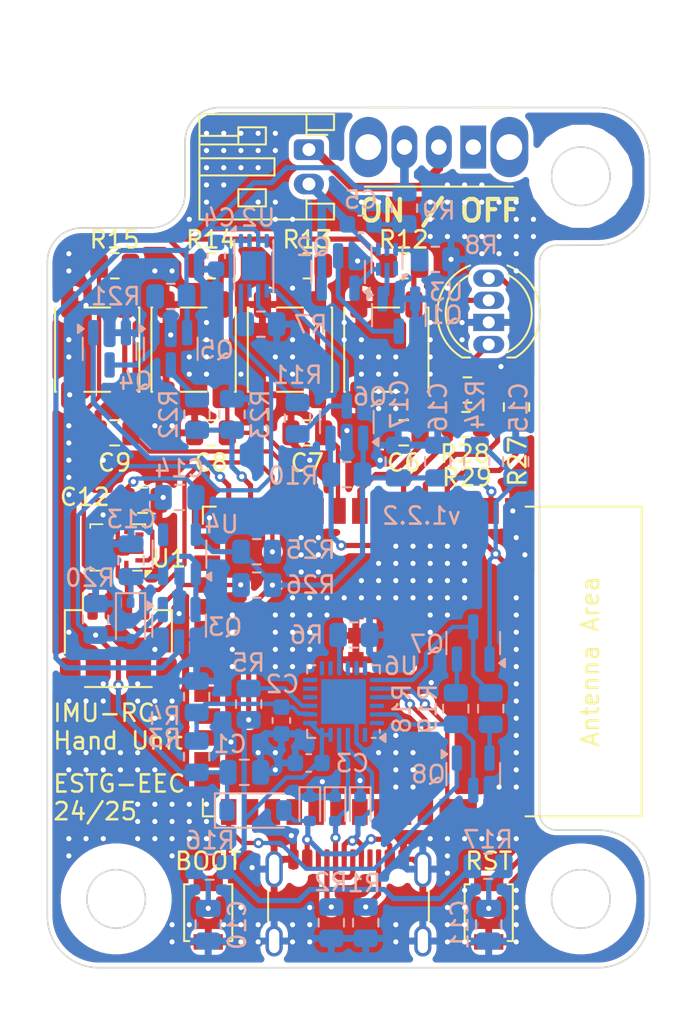
<source format=kicad_pcb>
(kicad_pcb (version 20241229) (generator "pcbnew") (generator_version "9.0")
  (layers (0 "F.Cu" signal) (2 "B.Cu" signal) (13 "F.Paste" user) (15 "B.Paste" user) (5 "F.SilkS" user "F.Silkscreen") (7 "B.SilkS" user "B.Silkscreen") (1 "F.Mask" user) (3 "B.Mask" user) (25 "Edge.Cuts" user))
  (net 0 "")
  (net 1 "BOOT")
  (net 2 "GND")
  (net 3 "Net-(BT1-+)")
  (net 4 "Net-(BT1--)")
  (net 5 "VBUS")
  (net 6 "+3.3V")
  (net 7 "Net-(U3-BAT)")
  (net 8 "Net-(D6-K)")
  (net 9 "CHIP_PU")
  (net 10 "Net-(U6-VBUS)")
  (net 11 "BTN1")
  (net 12 "BTN2")
  (net 13 "BTN3")
  (net 14 "BTN4")
  (net 15 "Net-(D2-A2)")
  (net 16 "Net-(D3-A2)")
  (net 17 "Net-(D1-A2)")
  (net 18 "Net-(D7-RA)")
  (net 19 "Net-(D7-BA)")
  (net 20 "Net-(D7-GA)")
  (net 21 "SDA")
  (net 22 "SCL")
  (net 23 "Net-(Q1-G)")
  (net 24 "Net-(Q1-D)")
  (net 25 "Net-(Q2-G)")
  (net 26 "+BATT")
  (net 27 "Net-(Q4-D)")
  (net 28 "BATT_READ_EN")
  (net 29 "Net-(Q5-D)")
  (net 30 "CHRG_5V")
  (net 31 "CHRG")
  (net 32 "Net-(U3-V-)")
  (net 33 "BATT_READ")
  (net 34 "Net-(U5-GPIO4{slash}TOUCH4{slash}ADC1_CH3)")
  (net 35 "Net-(U5-GPIO5{slash}TOUCH5{slash}ADC1_CH4)")
  (net 36 "Net-(U5-GPIO6{slash}TOUCH6{slash}ADC1_CH5)")
  (net 49 "Net-(Q7-B)")
  (net 50 "RTS")
  (net 51 "DTR")
  (net 52 "Net-(Q8-B)")
  (net 53 "Net-(U6-~{RST})")
  (net 54 "Net-(U6-~{SUSPEND})")
  (net 69 "Net-(J1-CC2)")
  (net 71 "Net-(J1-CC1)")
  (net 76 "U0TXD")
  (net 81 "U0RXD")
  (net 88 "Net-(U2-PROG)")
  (footprint "Button_Switch_SMD:SW_SPST_PTS647_Sx50" (layer "F.Cu") (at 28.25 33.575 90)
    (property "Reference" "BTN3" (hide yes))
    (property "Value" "4.5x4.5x9mm")
  )
  (footprint "Resistor_SMD:R_0805_2012Metric" (layer "F.Cu") (at 40.47 28.7 180)
    (property "Reference" "R12")
    (property "Value" "10k")
  )
  (footprint "Resistor_SMD:R_0805_2012Metric" (layer "F.Cu") (at 47.015 36.9125 -90)
    (property "Reference" "R27")
    (property "Value" "68")
  )
  (footprint "Button_Switch_SMD:SW_SPST_PTS647_Sx50" (layer "F.Cu") (at 22.65 33.575 90)
    (property "Reference" "BTN4" (hide yes))
    (property "Value" "4.5x4.5x9mm")
  )
  (footprint "Button_Switch_THT:SW_Slide_SPDT_Angled_CK_OS102011MA1Q" (layer "F.Cu") (at 44.5 21.8 180)
    (property "Reference" "SW1" (hide yes))
    (property "Value" "SW_SPDT")
  )
  (footprint "IMURCLibrary:LGA-14L_3x2.5mm_P0.5mm" (layer "F.Cu") (at 23.8425 45.0725 180)
    (property "Reference" "U1")
    (property "Value" "LSM6DSO")
  )
  (footprint "Capacitor_SMD:C_0805_2012Metric" (layer "F.Cu") (at 23.66 38.41)
    (property "Reference" "C9")
    (property "Value" "100nF/50V")
  )
  (footprint "Button_Switch_SMD:SW_SPST_PTS647_Sx50" (layer "F.Cu") (at 39.45 33.575 90)
    (property "Reference" "BTN1" (hide yes))
    (property "Value" "4.5x4.5x9mm")
  )
  (footprint "Resistor_SMD:R_0805_2012Metric" (layer "F.Cu") (at 29.27 28.7 180)
    (property "Reference" "R14")
    (property "Value" "10k")
  )
  (footprint "Connector_JST:JST_PH_S2B-PH-K_1x02_P2.00mm_Horizontal" (layer "F.Cu") (at 34.95 21.95 -90)
    (property "Reference" "BT1" (hide yes))
    (property "Value" "LiPo 3.7V 600mAh")
  )
  (footprint "IMURCLibrary:LED_D5.0mm-4_RKGB" (layer "F.Cu") (at 45.4 33.375 90)
    (property "Reference" "D7" (hide yes))
    (property "Value" "LED_RKGB")
  )
  (footprint "Resistor_SMD:R_0805_2012Metric" (layer "F.Cu") (at 23.67 28.7 180)
    (property "Reference" "R15")
    (property "Value" "10k")
  )
  (footprint "Button_Switch_SMD:SW_SPST_PTS647_Sx50" (layer "F.Cu") (at 33.85 33.575 90)
    (property "Reference" "BTN2" (hide yes))
    (property "Value" "4.5x4.5x9mm")
  )
  (footprint "Capacitor_SMD:C_0805_2012Metric" (layer "F.Cu") (at 29.26 38.41)
    (property "Reference" "C8")
    (property "Value" "100nF/50V")
  )
  (footprint "Button_Switch_SMD:SW_SPST_B3U-1000P" (layer "F.Cu") (at 45.4 66.3 90)
    (property "Reference" "RST")
    (property "Value" "B3U-1000P")
  )
  (footprint "IMURCLibrary:JST_SH_SM04B-SRSS-TB_1x04-1MP_P1.00mm_Horizontal" (layer "F.Cu") (at 23.88 50.5)
    (property "Reference" "J2" (hide yes))
    (property "Value" "JST SH1.0")
  )
  (footprint "Capacitor_SMD:C_0805_2012Metric" (layer "F.Cu") (at 34.86 38.41)
    (property "Reference" "C7")
    (property "Value" "100nF/50V")
  )
  (footprint "Button_Switch_SMD:SW_SPST_B3U-1000P" (layer "F.Cu") (at 29.1 66.3 90)
    (property "Reference" "BOOT")
    (property "Value" "B3U-1000P")
  )
  (footprint "Resistor_SMD:R_0805_2012Metric" (layer "F.Cu") (at 34.87 28.7 180)
    (property "Reference" "R13")
    (property "Value" "10k")
  )
  (footprint "Connector_USB:USB_C_Receptacle_GCT_USB4105-xx-A_16P_TopMnt_Horizontal" (layer "F.Cu") (at 37.25 66.875)
    (property "Reference" "J1" (hide yes))
    (property "Value" "USB_C_Receptacle_USB2.0_16P")
  )
  (footprint "Resistor_SMD:R_0805_2012Metric" (layer "F.Cu") (at 44.1625 35.92)
    (property "Reference" "R28")
    (property "Value" "68")
  )
  (footprint "Resistor_SMD:R_0805_2012Metric" (layer "F.Cu") (at 44.0775 37.93 180)
    (property "Reference" "R29")
    (property "Value" "330")
  )
  (footprint "Capacitor_SMD:C_0805_2012Metric" (layer "F.Cu") (at 40.46 38.41)
    (property "Reference" "C6")
    (property "Value" "100nF/50V")
  )
  (footprint "Capacitor_SMD:C_0805_2012Metric" (layer "F.Cu") (at 25.29 42.33)
    (property "Reference" "C12")
    (property "Value" "100nF/50V")
  )
  (footprint "PCM_Espressif:ESP32-S3-WROOM-1" (layer "F.Cu") (at 38.54 51.7 -90)
    (property "Reference" "U5" (hide yes))
    (property "Value" "ESP32-S3-WROOM-1")
  )
  (footprint "Resistor_SMD:R_0805_2012Metric" (layer "B.Cu") (at 31.45 54.18 -90)
    (property "Reference" "R5")
    (property "Value" "1k")
  )
  (footprint "Resistor_SMD:R_0805_2012Metric" (layer "B.Cu") (at 38.251568 66.882317 90)
    (property "Reference" "R1")
    (property "Value" "5k1")
  )
  (footprint "Package_TO_SOT_SMD:SOT-23" (layer "B.Cu") (at 44.5 50.63 90)
    (property "Reference" "Q7")
    (property "Value" "BC817-25")
  )
  (footprint "Resistor_SMD:R_0805_2012Metric" (layer "B.Cu") (at 26.924 30.48)
    (property "Reference" "R21")
    (property "Value" "10k")
  )
  (footprint "Resistor_SMD:R_0805_2012Metric" (layer "B.Cu") (at 37.153679 40.835442)
    (property "Reference" "R10")
    (property "Value" "10k")
  )
  (footprint "Capacitor_SMD:C_0805_2012Metric" (layer "B.Cu") (at 31.197873 58.143263)
    (property "Reference" "C1")
    (property "Value" "10uF/16V")
  )
  (footprint "Capacitor_SMD:C_0805_2012Metric" (layer "B.Cu") (at 27.432 42.164 180)
    (property "Reference" "C14")
    (property "Value" "1uF/16V")
  )
  (footprint "Resistor_SMD:R_0805_2012Metric" (layer "B.Cu") (at 32.1625 32.0945)
    (property "Reference" "R7")
    (property "Value" "2k")
  )
  (footprint "Resistor_SMD:R_0805_2012Metric" (layer "B.Cu") (at 29.1875 63.65)
    (property "Reference" "R16")
    (property "Value" "10k")
  )
  (footprint "Resistor_SMD:R_0805_2012Metric" (layer "B.Cu") (at 37.56 50.16)
    (property "Reference" "R6")
    (property "Value" "10k")
  )
  (footprint "Capacitor_SMD:C_0603_1608Metric" (layer "B.Cu") (at 33.35 55.13 -90)
    (property "Reference" "C2")
    (property "Value" "1uF/16V")
  )
  (footprint "Resistor_SMD:R_0805_2012Metric" (layer "B.Cu") (at 44.703333 40.06 -90)
    (property "Reference" "R24")
    (property "Value" "10k")
  )
  (footprint "Package_SON:WSON-6_1.5x1.5mm_P0.5mm" (layer "B.Cu") (at 39.4871 28.325939 90)
    (property "Reference" "U3")
    (property "Value" "BQ297xy")
  )
  (footprint "Diode_SMD:D_SOD-523" (layer "B.Cu") (at 35 60.27 -90)
    (property "Reference" "D1" (hide yes))
    (property "Value" "ESD5B5V0WT")
  )
  (footprint "Resistor_SMD:R_0805_2012Metric" (layer "B.Cu") (at 22.555748 49.253606 -90)
    (property "Reference" "R20")
    (property "Value" "10k")
  )
  (footprint "Capacitor_SMD:C_0805_2012Metric" (layer "B.Cu") (at 40.14 40.08 90)
    (property "Reference" "C17")
    (property "Value" "100nF/50V")
  )
  (footprint "Capacitor_SMD:C_0805_2012Metric" (layer "B.Cu") (at 45.4 67 90)
    (property "Reference" "C11")
    (property "Value" "100nF/50V")
  )
  (footprint "Package_TO_SOT_SMD:SOT-23-5" (layer "B.Cu") (at 27.432 45.466 90)
    (property "Reference" "U4")
    (property "Value" "AP2112K-3.3")
  )
  (footprint "Package_TO_SOT_SMD:SOT-23" (layer "B.Cu") (at 44.5 58.25 -90)
    (property "Reference" "Q8")
    (property "Value" "BC817-25")
  )
  (footprint "Resistor_SMD:R_0805_2012Metric" (layer "B.Cu") (at 28.448 37.338 -90)
    (property "Reference" "R22")
    (property "Value" "3k")
  )
  (footprint "Capacitor_SMD:C_0603_1608Metric" (layer "B.Cu") (at 37.9631 26.293939 180)
    (property "Reference" "C5")
    (property "Value" "100nF/16V")
  )
  (footprint "Package_TO_SOT_SMD:SOT-23" (layer "B.Cu") (at 27.409728 49.62233 -90)
    (property "Reference" "Q3")
    (property "Value" "DMP3160L-7")
  )
  (footprint "Resistor_SMD:R_0805_2012Metric" (layer "B.Cu") (at 40.502122 25.352583 90)
    (property "Reference" "R9")
    (property "Value" "330")
  )
  (footprint "Capacitor_SMD:C_0805_2012Metric" (layer "B.Cu") (at 29.1 67 90)
    (property "Reference" "C10")
    (property "Value" "100nF/50V")
  )
  (footprint "Diode_SMD:D_SOD-123" (layer "B.Cu") (at 31.847873 60.363413)
    (property "Reference" "D4" (hide yes))
    (property "Value" "1N5819")
  )
  (footprint "Package_DFN_QFN:QFN-24-1EP_4x4mm_P0.5mm_EP2.6x2.6mm" (layer "B.Cu") (at 36.96 54.03 90)
    (property "Reference" "U6")
    (property "Value" "CP2102N")
  )
  (footprint "Package_TO_SOT_SMD:SOT-23" (layer "B.Cu") (at 37.153679 37.787442 90)
    (property "Reference" "Q6")
    (property "Value" "BSS138")
  )
  (footprint "Capacitor_SMD:C_0805_2012Metric" (layer "B.Cu") (at 42.436667 40.08 90)
    (property "Reference" "C16")
    (property "Value" "10uF/25V")
  )
  (footprint "Diode_SMD:D_SOD-523" (layer "B.Cu") (at 36.47 60.27 -90)
    (property "Reference" "D2" (hide yes))
    (property "Value" "ESD5B5V0WT")
  )
  (footprint "Resistor_SMD:R_0805_2012Metric" (layer "B.Cu") (at 43.484 54.44 90)
    (property "Reference" "R18")
    (property "Value" "10k")
  )
  (footprint "Resistor_SMD:R_0805_2012Metric" (layer "B.Cu") (at 42.296578 28.327112 180)
    (property "Reference" "R8")
    (property "Value" "2k2")
  )
  (footprint "Resistor_SMD:R_0805_2012Metric" (layer "B.Cu") (at 28.428334 53.75039 -90)
    (property "Reference" "R4")
    (property "Value" "47k5")
  )
  (footprint "Resistor_SMD:R_0805_2012Metric" (layer "B.Cu") (at 31.92 47.26)
    (property "Reference" "R26")
    (property "Value" "2k2")
  )
  (footprint "Package_DFN_QFN:DFN-8-1EP_3x2mm_P0.5mm_EP1.7x1.4mm" (layer "B.Cu") (at 31.75 28.702 -90)
    (property "Reference" "U2")
    (property "Value" "MCP73831-2-MC")
  )
  (footprint "Diode_SMD:D_SOD-523" (layer "B.Cu") (at 37.935 60.27 -90)
    (property "Reference" "D3" (hide yes))
    (property "Value" "ESD5B5V0WT")
  )
  (footprint "Package_TO_SOT_SMD:SOT-23" (layer "B.Cu") (at 36.647626 29.059621 90)
    (property "Reference" "Q2")
    (property "Value" "IRLML6344TRPBF")
  )
  (footprint "Resistor_SMD:R_0805_2012Metric" (layer "B.Cu") (at 28.425798 57.234305 -90)
    (property "Reference" "R3")
    (property "Value" "22k1")
  )
  (footprint "Capacitor_SMD:C_0603_1608Metric" (layer "B.Cu") (at 34.94 57.6)
    (property "Reference" "C3")
    (property "Value" "10uF/25V")
  )
  (footprint "Diode_SMD:D_SOD-323" (layer "B.Cu") (at 24.588185 49.339107 -90)
    (property "Reference" "D6" (hide yes))
    (property "Value" "BAT20J")
  )
  (footprint "Capacitor_SMD:C_0805_2012Metric" (layer "B.Cu") (at 24.611342 45.815296 90)
    (property "Reference" "C13")
    (property "Value" "1uF/16V")
  )
  (footprint "Resistor_SMD:R_0805_2012Metric" (layer "B.Cu") (at 36.251568 66.882317 90)
    (property "Reference" "R2")
    (property "Value" "5k1")
  )
  (footprint "Package_TO_SOT_SMD:SOT-23" (layer "B.Cu") (at 40.17686 31.563752 -90)
    (property "Reference" "Q1")
    (property "Value" "IRLML6344TRPBF")
  )
  (footprint "Resistor_SMD:R_0805_2012Metric" (layer "B.Cu") (at 34.287963 37.561292 90)
    (property "Reference" "R11")
    (property "Value" "10k")
  )
  (footprint "Resistor_SMD:R_0805_2012Metric" (layer "B.Cu") (at 45.3625 63.6 180)
    (property "Reference" "R17")
    (property "Value" "10k")
  )
  (footprint "Capacitor_SMD:C_0805_2012Metric" (layer "B.Cu") (at 46.97 40.08 90)
    (property "Reference" "C15")
    (property "Value" "1uF/16V")
  )
  (footprint "Package_TO_SOT_SMD:SOT-23" (layer "B.Cu") (at 23.368 33.528 -90)
    (property "Reference" "Q4")
    (property "Value" "IRLML6344TRPBF")
  )
  (footprint "Package_TO_SOT_SMD:SOT-23" (layer "B.Cu") (at 26.924 33.528 -90)
    (property "Reference" "Q5")
    (property "Value" "DMP3160L-7")
  )
  (footprint "Resistor_SMD:R_0805_2012Metric" (layer "B.Cu") (at 30.48 37.338 90)
    (property "Reference" "R23")
    (property "Value" "11k")
  )
  (footprint "Resistor_SMD:R_0805_2012Metric" (layer "B.Cu") (at 31.92 45.32)
    (property "Reference" "R25")
    (property "Value" "2k2")
  )
  (footprint "Resistor_SMD:R_0805_2012Metric" (layer "B.Cu") (at 45.516 54.44 -90)
    (property "Reference" "R19")
    (property "Value" "10k")
  )
  (footprint "Capacitor_SMD:C_0603_1608Metric" (layer "B.Cu") (at 29.5625 28.1195 -90)
    (property "Reference" "C4")
    (property "Value" "1uF/16V")
  )
  (gr_circle (center 50.75 23.5) (end 52.45 23.5) (stroke (width 0.1)) (fill no) (layer "Edge.Cuts"))
  (gr_line (start 19.75 28.5) (end 19.75 66.5) (stroke (width 0.1)) (layer "Edge.Cuts"))
  (gr_arc (start 51.75 19.5) (mid 53.87132 20.37868) (end 54.75 22.5) (stroke (width 0.1)) (layer "Edge.Cuts"))
  (gr_arc (start 54.75 24.5) (mid 53.87132 26.62132) (end 51.75 27.5) (stroke (width 0.1)) (layer "Edge.Cuts"))
  (gr_arc (start 19.75 28.5) (mid 20.335786 27.085786) (end 21.75 26.5) (stroke (width 0.1)) (layer "Edge.Cuts"))
  (gr_arc (start 22.75 69.5) (mid 20.62868 68.62132) (end 19.75 66.5) (stroke (width 0.1)) (layer "Edge.Cuts"))
  (gr_arc (start 49.35 61.5) (mid 48.642893 61.207107) (end 48.35 60.5) (stroke (width 0.1)) (layer "Edge.Cuts"))
  (gr_line (start 22.75 69.5) (end 51.75 69.5) (stroke (width 0.1)) (layer "Edge.Cuts"))
  (gr_line (start 25.75 26.5) (end 21.75 26.5) (stroke (width 0.1)) (layer "Edge.Cuts"))
  (gr_circle (center 50.75 65.5) (end 52.45 65.5) (stroke (width 0.1)) (fill no) (layer "Edge.Cuts"))
  (gr_line (start 54.75 64.5) (end 54.75 66.5) (stroke (width 0.1)) (layer "Edge.Cuts"))
  (gr_arc (start 27.75 21.5) (mid 28.335786 20.085786) (end 29.75 19.5) (stroke (width 0.1)) (layer "Edge.Cuts"))
  (gr_arc (start 51.75 61.5) (mid 53.87132 62.37868) (end 54.75 64.5) (stroke (width 0.1)) (layer "Edge.Cuts"))
  (gr_line (start 27.75 21.5) (end 27.75 24.5) (stroke (width 0.1)) (layer "Edge.Cuts"))
  (gr_line (start 48.35 28.507107) (end 48.35 60.5) (stroke (width 0.1)) (layer "Edge.Cuts"))
  (gr_line (start 49.35 27.507107) (end 51.75 27.5) (stroke (width 0.1)) (layer "Edge.Cuts"))
  (gr_line (start 49.35 61.5) (end 51.75 61.5) (stroke (width 0.1)) (layer "Edge.Cuts"))
  (gr_line (start 54.75 22.5) (end 54.75 24.5) (stroke (width 0.1)) (layer "Edge.Cuts"))
  (gr_arc (start 48.35 28.507107) (mid 48.642893 27.8) (end 49.35 27.507107) (stroke (width 0.1)) (layer "Edge.Cuts"))
  (gr_line (start 51.75 19.5) (end 29.75 19.5) (stroke (width 0.1)) (layer "Edge.Cuts"))
  (gr_circle (center 23.75 65.5) (end 25.45 65.5) (stroke (width 0.1)) (fill no) (layer "Edge.Cuts"))
  (gr_arc (start 54.75 66.5) (mid 53.87132 68.62132) (end 51.75 69.5) (stroke (width 0.1)) (layer "Edge.Cuts"))
  (gr_arc (start 27.75 24.5) (mid 27.164214 25.914214) (end 25.75 26.5) (stroke (width 0.1)) (layer "Edge.Cuts"))
  (gr_text "ON / OFF" (at 37.75 25.5 0) (layer "F.SilkS") (effects (font (size 1.25 1.25) (thickness 0.25) (bold yes)) (justify left)))
  (gr_text "IMU-RC \nHand Unit" (at 20 55.5 0) (layer "F.SilkS") (effects (font (size 1 1)) (justify left)))
  (gr_text "ESTG-EEC \n24/25" (at 20 61 0) (layer "F.SilkS") (effects (font (size 1 1)) (justify left bottom)))
  (gr_text "v1.2.2" (at 43.876582 43.816106 0) (layer "B.SilkS") (effects (font (size 1 1)) (justify left bottom mirror)))
  (segment (start 30.29 63.41) (end 29.1 64.6) (width 0.3) (layer "F.Cu") (net 1))
  (segment (start 30.29 60.45) (end 30.29 63.41) (width 0.3) (layer "F.Cu") (net 1))
  (segment (start 30.29 61.45) (end 30.29 60.45) (width 0.25) (layer "F.Cu") (net 1))
  (segment (start 32.02 62.25) (end 31.09 62.25) (width 0.25) (layer "F.Cu") (net 1))
  (segment (start 29.1 64.6) (end 29.1 66.05) (width 0.3) (layer "F.Cu") (net 1))
  (segment (start 31.09 62.25) (end 30.29 61.45) (width 0.25) (layer "F.Cu") (net 1))
  (via (at 29.1 66.05) (size 0.6) (drill 0.3) (layers "F.Cu" "B.Cu") (net 1))
  (via (at 32.02 62.25) (size 0.6) (drill 0.3) (layers "F.Cu" "B.Cu") (net 1))
  (segment (start 32.02 62.25) (end 33.29 62.25) (width 0.25) (layer "B.Cu") (net 1))
  (segment (start 29.1 66.05) (end 29.1 64.475) (width 0.3) (layer "B.Cu") (net 1))
  (segment (start 29.1 64.475) (end 28.275 63.65) (width 0.3) (layer "B.Cu") (net 1))
  (segment (start 38.75 63.75) (end 43.55 58.95) (width 0.25) (layer "B.Cu") (net 1))
  (segment (start 43.55 58.95) (end 43.55 57.3125) (width 0.25) (layer "B.Cu") (net 1))
  (segment (start 34.79 63.75) (end 38.75 63.75) (width 0.25) (layer "B.Cu") (net 1))
  (segment (start 33.29 62.25) (end 34.79 63.75) (width 0.25) (layer "B.Cu") (net 1))
  (segment (start 24.2775 44.8225) (end 23.97 45.13) (width 0.25) (layer "F.Cu") (net 2))
  (segment (start 23.3425 44.06) (end 23.3425 44.9225) (width 0.25) (layer "F.Cu") (net 2))
  (segment (start 23.3425 43.5325) (end 22.99 43.18) (width 0.25) (layer "F.Cu") (net 2))
  (segment (start 33.505 63.195) (end 32.93 63.77) (width 0.3) (layer "F.Cu") (net 2))
  (segment (start 23.8425 44.06) (end 23.8425 45.0025) (width 0.25) (layer "F.Cu") (net 2))
  (segment (start 25.105 45.3225) (end 24.1625 45.3225) (width 0.25) (layer "F.Cu") (net 2))
  (segment (start 40.995 63.195) (end 41.57 63.77) (width 0.3) (layer "F.Cu") (net 2))
  (segment (start 40.45 63.195) (end 40.995 63.195) (width 0.3) (layer "F.Cu") (net 2))
  (segment (start 23.8425 43.6325) (end 23.3 43.09) (width 0.25) (layer "F.Cu") (net 2))
  (segment (start 34.05 63.195) (end 33.505 63.195) (width 0.3) (layer "F.Cu") (net 2))
  (segment (start 33.91 38.91) (end 35 40) (width 0.4) (layer "F.Cu") (net 2))
  (segment (start 33.91 38.41) (end 33.91 38.91) (width 0.4) (layer "F.Cu") (net 2))
  (segment (start 23.8425 45.0025) (end 23.97 45.13) (width 0.25) (layer "F.Cu") (net 2))
  (segment (start 23.3425 44.06) (end 23.3425 43.5325) (width 0.25) (layer "F.Cu") (net 2))
  (segment (start 23.3425 44.9225) (end 23.51 45.09) (width 0.25) (layer "F.Cu") (net 2))
  (segment (start 25.105 44.8225) (end 24.2775 44.8225) (width 0.25) (layer "F.Cu") (net 2))
  (segment (start 23.8425 44.06) (end 23.8425 43.6325) (width 0.25) (layer "F.Cu") (net 2))
  (segment (start 24.1625 45.3225) (end 23.97 45.13) (width 0.25) (layer "F.Cu") (net 2))
  (via (at 35 51) (size 0.6) (drill 0.3) (layers "F.Cu" "B.Cu") (net 2))
  (via (at 25 57) (size 0.6) (drill 0.3) (layers "F.Cu" "B.Cu") (net 2))
  (via (at 27 68) (size 0.6) (drill 0.3) (layers "F.Cu" "B.Cu") (net 2))
  (via (at 34 33) (size 0.6) (drill 0.3) (layers "F.Cu" "B.Cu") (net 2))
  (via (at 47 48) (size 0.6) (drill 0.3) (layers "F.Cu" "B.Cu") (net 2))
  (via (at 40 68) (size 0.6) (drill 0.3) (layers "F.Cu" "B.Cu") (net 2))
  (via (at 47 59) (size 0.6) (drill 0.3) (layers "F.Cu" "B.Cu") (net 2))
  (via (at 46 28) (size 0.6) (drill 0.3) (layers "F.Cu" "B.Cu") (net 2))
  (via (at 22 58) (size 0.6) (drill 0.3) (layers "F.Cu" "B.Cu") (net 2))
  (via (at 29 35) (size 0.6) (drill 0.3) (layers "F.Cu" "B.Cu") (net 2))
  (via (at 31 66) (size 0.6) (drill 0.3) (layers "F.Cu" "B.Cu") (net 2))
  (via (at 43 45) (size 0.6) (drill 0.3) (layers "F.Cu" "B.Cu") (net 2))
  (via (at 47 26) (size 0.6) (drill 0.3) (layers "F.Cu" "B.Cu") (net 2))
  (via (at 29 34) (size 0.6) (drill 0.3) (layers "F.Cu" "B.Cu") (net 2))
  (via (at 43 49) (size 0.6) (drill 0.3) (layers "F.Cu" "B.Cu") (net 2))
  (via (at 35.5 45.5) (size 0.6) (drill 0.3) (layers "F.Cu" "B.Cu") (net 2))
  (via (at 40 36) (size 0.6) (drill 0.3) (layers "F.Cu" "B.Cu") (net 2))
  (via (at 22 54) (size 0.6) (drill 0.3) (layers "F.Cu" "B.Cu") (net 2))
  (via (at 47 44.5) (size 0.6) (drill 0.3) (layers "F.Cu" "B.Cu") (net 2))
  (via (at 34.5 44.5) (size 0.6) (drill 0.3) (layers "F.Cu" "B.Cu") (net 2))
  (via (at 37.78 28.42) (size 0.6) (drill 0.3) (layers "F.Cu" "B.Cu") (net 2))
  (via (at 21 29) (size 0.6) (drill 0.3) (layers "F.Cu" "B.Cu") (net 2))
  (via (at 23 40) (size 0.6) (drill 0.3) (layers "F.Cu" "B.Cu") (net 2))
  (via (at 26 29) (size 0.6) (drill 0.3) (layers "F.Cu" "B.Cu") (net 2))
  (via (at 35 66) (size 0.6) (drill 0.3) (layers "F.Cu" "B.Cu") (net 2))
  (via (at 44 47) (size 0.6) (drill 0.3) (layers "F.Cu" "B.Cu") (net 2))
  (via (at 43 24) (size 0.6) (drill 0.3) (layers "F.Cu" "B.Cu") (net 2))
  (via (at 42 50) (size 0.6) (drill 0.3) (layers "F.Cu" "B.Cu") (net 2))
  (via (at 34 68) (size 0.6) (drill 0.3) (layers "F.Cu" "B.Cu") (net 2))
  (via (at 32 22) (size 0.6) (drill 0.3) (layers "F.Cu" "B.Cu") (net 2))
  (via (at 23 58) (size 0.6) (drill 0.3) (layers "F.Cu" "B.Cu") (net 2))
  (via (at 38 33) (size 0.6) (drill 0.3) (layers "F.Cu" "B.Cu") (net 2))
  (via (at 35 40) (size 0.6) (drill 0.3) (layers "F.Cu" "B.Cu") (net 2))
  (via (at 42 48) (size 0.6) (drill 0.3) (layers "F.Cu" "B.Cu") (net 2))
  (via (at 47 29) (size 0.6) (drill 0.3) (layers "F.Cu" "B.Cu") (net 2))
  (via (at 27 55) (size 0.6) (drill 0.3) (layers "F.Cu" "B.Cu") (net 2))
  (via (at 43 67) (size 0.6) (drill 0.3) (layers "F.Cu" "B.Cu") (net 2))
  (via (at 26 38) (size 0.6) (drill 0.3) (layers "F.Cu" "B.Cu") (net 2))
  (via (at 24 57) (size 0.6) (drill 0.3) (layers "F.Cu" "B.Cu") (net 2))
  (via (at 23 57) (size 0.6) (drill 0.3) (layers "F.Cu" "B.Cu") (net 2))
  (via (at 27.408714 48.916969) (size 0.6) (drill 0.3) (layers "F.Cu" "B.Cu") (net 2))
  (via (at 21 62) (size 0.6) (drill 0.3) (layers "F.Cu" "B.Cu") (net 2))
  (via (at 35.5 44.5) (size 0.6) (drill 0.3) (layers "F.Cu" "B.Cu") (net 2))
  (via (at 21 28) (size 0.6) (drill 0.3) (layers "F.Cu" "B.Cu") (net 2))
  (via (at 33 22) (size 0.6) (drill 0.3) (layers "F.Cu" "B.Cu") (net 2))
  (via (at 27 61) (size 0.6) (drill 0.3) (layers "F.Cu" "B.Cu") (net 2))
  (via (at 34 52) (size 0.6) (drill 0.3) (layers "F.Cu" "B.Cu") (net 2))
  (via (at 47 68) (size 0.6) (drill 0.3) (layers "F.Cu" "B.Cu") (net 2))
  (via (at 34.5 45.5) (size 0.6) (drill 0.3) (layers "F.Cu" "B.Cu") (net 2))
  (via (at 31 21) (size 0.6) (drill 0.3) (layers "F.Cu" "B.Cu") (net 2))
  (via (at 42.06 52.93) (size 0.6) (drill 0.3) (layers "F.Cu" "B.Cu") (net 2))
  (via (at 26 61) (size 0.6) (drill 0.3) (layers "F.Cu" "B.Cu") (net 2))
  (via (at 21 41) (size 0.6) (drill 0.3) (layers "F.Cu" "B.Cu") (net 2))
  (via (at 29 24) (size 0.6) (drill 0.3) (layers "F.Cu" "B.Cu") (net 2))
  (via (at 36 49) (size 0.6) (drill 0.3) (layers "F.Cu" "B.Cu") (net 2))
  (via (at 44 66) (size 0.6) (drill 0.3) (layers "F.Cu" "B.Cu") (net 2))
  (via (at 22 57) (size 0.6) (drill 0.3) (layers "F.Cu" "B.Cu") (net 2))
  (via (at 41 57) (size 0.6) (drill 0.3) (layers "F.Cu" "B.Cu") (net 2))
  (via (at 23 62) (size 0.6) (drill 0.3) (layers "F.Cu" "B.Cu") (net 2))
  (via (at 30 23) (size 0.6) (drill 0.3) (layers "F.Cu" "B.Cu") (net 2))
  (via (at 31 23) (size 0.6) (drill 0.3) (layers "F.Cu" "B.Cu") (net 2))
  (via (at 42 34) (size 0.6) (drill 0.3) (layers "F.Cu" "B.Cu") (net 2))
  (via (at 45 27) (size 0.6) (drill 0.3) (layers "F.Cu" "B.Cu") (net 2))
  (via (at 43 25) (size 0.6) (drill 0.3) (layers "F.Cu" "B.Cu") (net 2))
  (via (at 35 67) (size 0.6) (drill 0.3) (layers "F.Cu" "B.Cu") (net 2))
  (via (at 41 48) (size 0.6) (drill 0.3) (layers "F.Cu" "B.Cu") (net 2))
  (via (at 37.16 38.28) (size 0.6) (drill 0.3) (layers "F.Cu" "B.Cu") (net 2))
  (via (at 38 47) (size 0.6) (drill 0.3) (layers "F.Cu" "B.Cu") (net 2))
  (via (at 43 63) (size 0.6) (drill 0.3) (layers "F.Cu" "B.Cu") (net 2))
  (via (at 43 27) (size 0.6) (drill 0.3) (layers "F.Cu" "B.Cu") (net 2))
  (via (at 41 46) (size 0.6) (drill 0.3) (layers "F.Cu" "B.Cu") (net 2))
  (via (at 21 54) (size 0.6) (drill 0.3) (layers "F.Cu" "B.Cu") (net 2))
  (via (at 43 47) (size 0.6) (drill 0.3) (layers "F.Cu" "B.Cu") (net 2))
  (via (at 21 50) (size 0.6) (drill 0.3) (layers "F.Cu" "B.Cu") (net 2))
  (via (at 42 47) (size 0.6) (drill 0.3) (layers "F.Cu" "B.Cu") (net 2))
  (via (at 46.8 42.95) (size 0.6) (drill 0.3) (layers "F.Cu" "B.Cu") (net 2))
  (via (at 21 33) (size 0.6) (drill 0.3) (layers "F.Cu" "B.Cu") (net 2))
  (via (at 26 54) (size 0.6) (drill 0.3) (layers "F.Cu" "B.Cu") (net 2))
  (via (at 31 22) (size 0.6) (drill 0.3) (layers "F.Cu" "B.Cu") (net 2))
  (via (at 40 47) (size 0.6) (drill 0.3) (layers "F.Cu" "B.Cu") (net 2))
  (via (at 47 57) (size 0.6) (drill 0.3) (layers "F.Cu" "B.Cu") (net 2))
  (via (at 44 27) (size 0.6) (drill 0.3) (layers "F.Cu" "B.Cu") (net 2))
  (via (at 25 33) (size 0.6) (drill 0.3) (layers "F.Cu" "B.Cu") (net 2))
  (via (at 42 35) (size 0.6) (drill 0.3) (layers "F.Cu" "B.Cu") (net 2))
  (via (at 28 61) (size 0.6) (drill 0.3) (layers "F.Cu" "B.Cu") (net 2))
  (via (at 38 35) (size 0.6) (drill 0.3) (layers "F.Cu" "B.Cu") (net 2))
  (via (at 42 33) (size 0.6) (drill 0.3) (layers "F.Cu" "B.Cu") (net 2))
  (via (at 30 22) (size 0.6) (drill 0.3) (layers "F.Cu" "B.Cu") (net 2))
  (via (at 45 25) (size 0.6) (drill 0.3) (layers "F.Cu" "B.Cu") (net 2))
  (via (at 40 46) (size 0.6) (drill 0.3) (layers "F.Cu" "B.Cu") (net 2))
  (via (at 35 50) (size 0.6) (drill 0.3) (layers "F.Cu" "B.Cu") (net 2))
  (via (at 21.05 36.2) (size 0.6) (drill 0.3) (layers "F.Cu" "B.Cu") (net 2))
  (via (at 30.42 56.38) (size 0.6) (drill 0.3) (layers "F.Cu" "B.Cu") (net 2))
  (via (at 34 34) (size 0.6) (drill 0.3) (layers "F.Cu" "B.Cu") (net 2))
  (via (at 33 34) (size 0.6) (drill 0.3) (layers "F.Cu" "B.Cu") (net 2))
  (via (at 34 26) (size 0.6) (drill 0.3) (layers "F.Cu" "B.Cu") (net 2))
  (via (at 29 23) (size 0.6) (drill 0.3) (layers "F.Cu" "B.Cu") (net 2))
  (via (at 26 60) (size 0.6) (drill 0.3) (layers "F.Cu" "B.Cu") (net 2))
  (via (at 28 26) (size 0.6) (drill 0.3) (layers "F.Cu" "B.Cu") (net 2))
  (via (at 26 55) (size 0.6) (drill 0.3) (layers "F.Cu" "B.Cu") (net 2))
  (via (at 27 38) (size 0.6) (drill 0.3) (layers "F.Cu" "B.Cu") (net 2))
  (via (at 47 67) (size 0.6) (drill 0.3) (layers "F.Cu" "B.Cu") (net 2))
  (via (at 40 35) (size 0.6) (drill 0.3) (layers "F.Cu" "B.Cu") (net 2))
  (via (at 30.5 49) (size 0.6) (drill 0.3) (layers "F.Cu" "B.Cu") (net 2))
  (via (at 47 54) (size 0.6) (drill 0.3) (layers "F.Cu" "B.Cu") (net 2))
  (via (at 40 67) (size 0.6) (drill 0.3) (layers "F.Cu" "B.Cu") (net 2))
  (via (at 21 39) (size 0.6) (drill 0.3) (layers "F.Cu" "B.Cu") (net 2))
  (via (at 48 27) (size 0.6) (drill 0.3) (layers "F.Cu" "B.Cu") (net 2))
  (via (at 43 48) (size 0.6) (drill 0.3) (layers "F.Cu" "B.Cu") (net 2))
  (via (at 42 62) (size 0.6) (drill 0.3) (layers "F.Cu" "B.Cu") (net 2))
  (via (at 28 35) (size 0.6) (drill 0.3) (layers "F.Cu" "B.Cu") (net 2))
  (via (at 25 58) (size 0.6) (drill 0.3) (layers "F.Cu" "B.Cu") (net 2))
  (via (at 32 57) (size 0.6) (drill 0.3) (layers "F.Cu" "B.Cu") (net 2))
  (via (at 35 49) (size 0.6) (drill 0.3) (layers "F.Cu" "B.Cu") (net 2))
  (via (at 29 33) (size 0.6) (drill 0.3) (layers "F.Cu" "B.Cu") (net 2))
  (via (at 31 67) (size 0.6) (drill 0.3) (layers "F.Cu" "B.Cu") (net 2))
  (via (at 29.17 43.35) (size 0.6) (drill 0.3) (layers "F.Cu" "B.Cu") (net 2))
  (via (at 40 58) (size 0.6) (drill 0.3) (layers "F.Cu" "B.Cu") (net 2))
  (via (at 34 48) (size 0.6) (drill 0.3) (layers "F.Cu" "B.Cu") (net 2))
  (via (at 42 46) (size 0.6) (drill 0.3) (layers "F.Cu" "B.Cu") (net 2))
  (via (at 44 24) (size 0.6) (drill 0.3) (layers "F.Cu" "B.Cu") (net 2))
  (via (at 27 54) (size 0.6) (drill 0.3) (layers "F.Cu" "B.Cu") (net 2))
  (via (at 29 61) (size 0.6) (drill 0.3) (layers "F.Cu" "B.Cu") (net 2))
  (via (at 37.92 58.62) (size 0.6) (drill 0.3) (layers "F.Cu" "B.Cu") (net 2))
  (via (at 39 46) (size 0.6) (drill 0.3) (layers "F.Cu" "B.Cu") (net 2))
  (via (at 33 51) (size 0.6) (drill 0.3) (layers "F.Cu" "B.Cu") (net 2))
  (via (at 32 67) (size 0.6) (drill 0.3) (layers "F.Cu" "B.Cu") (net 2))
  (via (at 22.99 43.18) (size 0.6) (drill 0.3) (layers "F.Cu" "B.Cu") (net 2))
  (via (at 40 37) (size 0.6) (drill 0.3) (layers "F.Cu" "B.Cu") (net 2))
  (via (at 32 68) (size 0.6) (drill 0.3) (layers "F.Cu" "B.Cu") (net 2))
  (via (at 42 32) (size 0.6) (drill 0.3) (layers "F.Cu" "B.Cu") (net 2))
  (via (at 30.5 52) (size 0.6) (drill 0.3) (layers "F.Cu" "B.Cu") (net 2))
  (via (at 44 48) (size 0.6) (drill 0.3) (layers "F.Cu" "B.Cu") (net 2))
  (via (at 29 21) (size 0.6) (drill 0.3) (layers "F.Cu" "B.Cu") (net 2))
  (via (at 23 54) (size 0.6) (drill 0.3) (layers "F.Cu" "B.Cu") (net 2))
  (via (at 47.5 45.5) (size 0.6) (drill 0.3) (layers "F.Cu" "B.Cu") (net 2))
  (via (at 21 63) (size 0.6) (drill 0.3) (layers "F.Cu" "B.Cu") (net 2))
  (via (at 43.209078 28.327112) (size 0.6) (drill 0.3) (layers "F.Cu" "B.Cu") (net 2))
  (via (at 47 58) (size 0.6) (drill 0.3) (layers "F.Cu" "B.Cu") (net 2))
  (via (at 32 23) (size 0.6) (drill 0.3) (layers "F.Cu" "B.Cu") (net 2))
  (via (at 34 30) (size 0.6) (drill 0.3) (layers "F.Cu" "B.Cu") (net 2))
  (via (at 29 60) (size 0.6) (drill 0.3) (layers "F.Cu" "B.Cu") (net 2))
  (via (at 21 38) (size 0.6) (drill 0.3) (layers "F.Cu" "B.Cu") (net 2))
  (via (at 39 37) (size 0.6) (drill 0.3) (layers "F.Cu" "B.Cu") (net 2))
  (via (at 40 56) (size 0.6) (drill 0.3) (layers "F.Cu" "B.Cu") (net 2))
  (via (at 29 25) (size 0.6) (drill 0.3) (layers "F.Cu" "B.Cu") (net 2))
  (via (at 26 51) (size 0.6) (drill 0.3) (layers "F.Cu" "B.Cu") (net 2))
  (via (at 37 48) (size 0.6) (drill 0.3) (layers "F.Cu" "B.Cu") (net 2))
  (via (at 43 30) (size 0.6) (drill 0.3) (layers "F.Cu" "B.Cu") (net 2))
  (via (at 46 62) (size 0.6) (drill 0.3) (layers "F.Cu" "B.Cu") (net 2))
  (via (at 30 67) (size 0.6) (drill 0.3) (layers "F.Cu" "B.Cu") (net 2))
  (via (at 28 62) (size 0.6) (drill 0.3) (layers "F.Cu" "B.Cu") (net 2))
  (via (at 45 24) (size 0.6) (drill 0.3) (layers "F.Cu" "B.Cu") (net 2))
  (via (at 33 26) (size 0.6) (drill 0.3) (layers "F.Cu" "B.Cu") (net 2))
  (via (at 38 48) (size 0.6) (drill 0.3) (layers "F.Cu" "B.Cu") (net 2))
  (via (at 33 25) (size 0.6) (drill 0.3) (layers "F.Cu" "B.Cu") (net 2))
  (via (at 41 45) (size 0.6) (drill 0.3) (layers "F.Cu" "B.Cu") (net 2))
  (via (at 28 67) (size 0.6) (drill 0.3) (layers "F.Cu" "B.Cu") (net 2))
  (via (at 25 54) (size 0.6) (drill 0.3) (layers "F.Cu" "B.Cu") (net 2))
  (via (at 27 62) (size 0.6) (drill 0.3) (layers "F.Cu" "B.Cu") (net 2))
  (via (at 47 55) (size 0.6) (drill 0.3) (layers "F.Cu" "B.Cu") (net 2))
  (via (at 32 25) (size 0.6) (drill 0.3) (layers "F.Cu" "B.Cu") (net 2))
  (via (at 23 53) (size 0.6) (drill 0.3) (layers "F.Cu" "B.Cu") (net 2))
  (via (at 21 34) (size 0.6) (drill 0.3) (layers "F.Cu" "B.Cu") (net 2))
  (via (at 46 25) (size 0.6) (drill 0.3) (layers "F.Cu" "B.Cu") (net 2))
  (via (at 47 28) (size 0.6) (drill 0.3) (layers "F.Cu" "B.Cu") (net 2))
  (via (at 47 56) (size 0.6) (drill 0.3) (layers "F.Cu" "B.Cu") (net 2))
  (via (at 37 32) (size 0.6) (drill 0.3) (layers "F.Cu" "B.Cu") (net 2))
  (via (at 36 48) (size 0.6) (drill 0.3) (layers "F.Cu" "B.Cu") (net 2))
  (via (at 30 21) (size 0.6) (drill 0.3) (layers "F.Cu" "B.Cu") (net 2))
  (via (at 27 67) (size 0.6) (drill 0.3) (layers "F.Cu" "B.Cu") (net 2))
  (via (at 35.5 46.5) (size 0.6) (drill 0.3) (layers "F.Cu" "B.Cu") (net 2))
  (via (at 47 25) (size 0.6) (drill 0.3) (layers "F.Cu" "B.Cu") (net 2))
  (via (at 27 29) (size 0.6) (drill 0.3) (layers "F.Cu" "B.Cu") (net 2))
  (via (at 40 48) (size 0.6) (drill 0.3) (layers "F.Cu" "B.Cu") (net 2))
  (via (at 39 47) (size 0.6) (drill 0.3) (layers "F.Cu" "B.Cu") (net 2))
  (via (at 21 40) (size 0.6) (drill 0.3) (layers "F.Cu" "B.Cu") (net 2))
  (via (at 42 26) (size 0.6) (drill 0.3) (layers "F.Cu" "B.Cu") (net 2))
  (via (at 44 46) (size 0.6) (drill 0.3) (layers "F.Cu" "B.Cu") (net 2))
  (via (at 34 50) (size 0.6) (drill 0.3) (layers "F.Cu" "B.Cu") (net 2))
  (via (at 47 66) (size 0.6) (drill 0.3) (layers "F.Cu" "B.Cu") (net 2))
  (via (at 26 58) (size 0.6) (drill 0.3) (layers "F.Cu" "B.Cu") (net 2))
  (via (at 45 28) (size 0.6) (drill 0.3) (layers "F.Cu" "B.Cu") (net 2))
  (via (at 33 57) (size 0.6) (drill 0.3) (layers "F.Cu" "B.Cu") (net 2))
  (via (at 38 34) (size 0.6) (drill 0.3) (layers "F.Cu" "B.Cu") (net 2))
  (via (at 39 34) (size 0.6) (drill 0.3) (layers "F.Cu" "B.Cu") (net 2))
  (via (at 45 62) (size 0.6) (drill 0.3) (layers "F.Cu" "B.Cu") (net 2))
  (via (at 34 49) (size 0.6) (drill 0.3) (layers "F.Cu" "B.Cu") (net 2))
  (via (at 44 25) (size 0.6) (drill 0.3) (layers "F.Cu" "B.Cu") (net 2))
  (via (at 21 42) (size 0.6) (drill 0.3) (layers "F.Cu" "B.Cu") (net 2))
  (via (at 25 62) (size 0.6) (drill 0.3) (layers "F.Cu" "B.Cu") (net 2))
  (via (at 40 57) (size 0.6) (drill 0.3) (layers "F.Cu" "B.Cu") (net 2))
  (via (at 44 62) (size 0.6) (drill 0.3) (layers "F.Cu" "B.Cu") (net 2))
  (via (at 31 35) (size 0.6) (drill 0.3) (layers "F.Cu" "B.Cu") (net 2))
  (via (at 33 21) (size 0.6) (drill 0.3) (layers "F.Cu" "B.Cu") (net 2))
  (via (at 47 52) (size 0.6) (drill 0.3) (layers "F.Cu" "B.Cu") (net 2))
  (via (at 30.5 50) (size 0.6) (drill 0.3) (layers "F.Cu" "B.Cu") (net 2))
  (via (at 43.85 33) (size 0.6) (drill 0.3) (layers "F.Cu" "B.Cu") (net 2))
  (via (at 25 53) (size 0.6) (drill 0.3) (layers "F.Cu" "B.Cu") (net 2))
  (via (at 34 51) (size 0.6) (drill 0.3) (layers "F.Cu" "B.Cu") (net 2))
  (via (at 35 68) (size 0.6) (drill 0.3) (layers "F.Cu" "B.Cu") (net 2))
  (via (at 29 22) (size 0.6) (drill 0.3) (layers "F.Cu" "B.Cu") (net 2))
  (via (at 40 59) (size 0.6) (drill 0.3) (layers "F.Cu" "B.Cu") (net 2))
  (via (at 30.5 51) (size 0.6) (drill 0.3) (layers "F.Cu" "B.Cu") (net 2))
  (via (at 39 57) (size 0.6) (drill 0.3) (layers "F.Cu" "B.Cu") (net 2))
  (via (at 44 68) (size 0.6) (drill 0.3) (layers "F.Cu" "B.Cu") (net 2))
  (via (at 47 51) (size 0.6) (drill 0.3) (layers "F.Cu" "B.Cu") (net 2))
  (via (at 33 52) (size 0.6) (drill 0.3) (layers "F.Cu" "B.Cu") (net 2))
  (via (at 39 35) (size 0.6) (drill 0.3) (layers "F.Cu" "B.Cu") (net 2))
  (via (at 43.85 32) (size 0.6) (drill 0.3) (layers "F.Cu" "B.Cu") (net 2))
  (via (at 47 53) (size 0.6) (drill 0.3) (layers "F.Cu" "B.Cu") (net 2))
  (via (at 28 34) (size 0.6) (drill 0.3) (layers "F.Cu" "B.Cu") (net 2))
  (via (at 40 45) (size 0.6) (drill 0.3) (layers "F.Cu" "B.Cu") (net 2))
  (via (at 33 50) (size 0.6) (drill 0.3) (layers "F.Cu" "B.Cu") (net 2))
  (via (at 42 45) (size 0.6) (drill 0.3) (layers "F.Cu" "B.Cu") (net 2))
  (via (at 26.92 32.72) (size 0.6) (drill 0.3) (layers "F.Cu" "B.Cu") (net 2))
  (via (at 46.11 34.56) (size 0.6) (drill 0.3) (layers "F.Cu" "B.Cu") (net 2))
  (via (at 47 27) (size 0.6) (drill 0.3) (layers "F.Cu" "B.Cu") (net 2))
  (via (at 43 66) (size 0.6) (drill 0.3) (layers "F.Cu" "B.Cu") (net 2))
  (via (at 33.93 61.82) (size 0.6) (drill 0.3) (layers "F.Cu" "B.Cu") (net 2))
  (via (at 30 24) (size 0.6) (drill 0.3) (layers "F.Cu" "B.Cu") (net 2))
  (via (at 39 48) (size 0.6) (drill 0.3) (layers "F.Cu" "B.Cu") (net 2))
  (via (at 39.09 40) (size 0.6) (drill 0.3) (layers "F.Cu" "B.Cu") (net 2))
  (via (at 46 27) (size 0.6) (drill 0.3) (layers "F.Cu" "B.Cu") (net 2))
  (via (at 29 62) (size 0.6) (drill 0.3) (layers "F.Cu" "B.Cu") (net 2))
  (via (at 34 67) (size 0.6) (drill 0.3) (layers "F.Cu" "B.Cu") (net 2))
  (via (at 34 35) (size 0.6) (drill 0.3) (layers "F.Cu" "B.Cu") (net 2))
  (via (at 47 50) (size 0.6) (drill 0.3) (layers "F.Cu" "B.Cu") (net 2))
  (via (at 41 47) (size 0.6) (drill 0.3) (layers "F.Cu" "B.Cu") (net 2))
  (via (at 39 25) (size 0.6) (drill 0.3) (layers "F.Cu" "B.Cu") (net 2))
  (via (at 47 62) (size 0.6) (drill 0.3) (layers "F.Cu" "B.Cu") (net 2))
  (via (at 38 25) (size 0.6) (drill 0.3) (layers "F.Cu" "B.Cu") (net 2))
  (via (at 26.482 42.164) (size 0.6) (drill 0.3) (layers "F.Cu" "B.Cu") (net 2))
  (via (at 33 49) (size 0.6) (drill 0.3) (layers "F.Cu" "B.Cu") (net 2))
  (via (at 22 62) (size 0.6) (drill 0.3) (layers "F.Cu" "B.Cu") (net 2))
  (via (at 37 33) (size 0.6) (drill 0.3) (layers "F.Cu" "B.Cu") (net 2))
  (via (at 25 61) (size 0.6) (drill 0.3) (layers "F.Cu" "B.Cu") (net 2))
  (via (at 28 60) (size 0.6) (drill 0.3) (layers "F.Cu" "B.Cu") (net 2))
  (via (at 27 63) (size 0.6) (drill 0.3) (layers "F.Cu" "B.Cu") (net 2))
  (via (at 24 58) (size 0.6) (drill 0.3) (layers "F.Cu" "B.Cu") (net 2))
  (via (at 35 48) (size 0.6) (drill 0.3) (layers "F.Cu" "B.Cu") (net 2))
  (via (at 47 65) (size 0.6) (drill 0.3) (layers "F.Cu" "B.Cu") (net 2))
  (via (at 48 26) (size 0.6) (drill 0.3) (layers "F.Cu" "B.Cu") (net 2))
  (via (at 26 62) (size 0.6) (drill 0.3) (layers "F.Cu" "B.Cu") (net 2))
  (via (at 42 25) (size 0.6) (drill 0.3) (layers "F.Cu" "B.Cu") (net 2))
  (via (at 31.65 63.68) (size 0.6) (drill 0.3) (layers "F.Cu" "B.Cu") (net 2))
  (via (at 21 57) (size 0.6) (drill 0.3) (layers "F.Cu" "B.Cu") (net 2))
  (via (at 25 60) (size 0.6) (drill 0.3) (layers "F.Cu" "B.Cu") (net 2))
  (via (at 43 46) (size 0.6) (drill 0.3) (layers "F.Cu" "B.Cu") (net 2))
  (via (at 43 68) (size 0.6) (drill 0.3) (layers "F.Cu" "B.Cu") (net 2))
  (via (at 34.5 46.5) (size 0.6) (drill 0.3) (layers "F.Cu" "B.Cu") (net 2))
  (via (at 39 36) (size 0.6) (drill 0.3) (layers "F.Cu" "B.Cu") (net 2))
  (via (at 21 58) (size 0.6) (drill 0.3) (layers "F.Cu" "B.Cu") (net 2))
  (via (at 42 49) (size 0.6) (drill 0.3) (layers "F.Cu" "B.Cu") (net 2))
  (via (at 27 60) (size 0.6) (drill 0.3) (layers "F.Cu" "B.Cu") (net 2))
  (via (at 44 67) (size 0.6) (drill 0.3) (layers "F.Cu" "B.Cu") (net 2))
  (via (at 43 62) (size 0.6) (drill 0.3) (layers "F.Cu" "B.Cu") (net 2))
  (via (at 33 58) (size 0.6) (drill 0.3) (layers "F.Cu" "B.Cu") (net 2))
  (via (at 40 34) (size 0.6) (drill 0.3) (layers "F.Cu" "B.Cu") (net 2))
  (via (at 44 45) (size 0.6) (drill 0.3) (layers "F.Cu" "B.Cu") (net 2))
  (via (at 35 52) (size 0.6) (drill 0.3) (layers "F.Cu" "B.Cu") (net 2))
  (via (at 41 59) (size 0.6) (drill 0.3) (layers "F.Cu" "B.Cu") (net 2))
  (via (at 35.730878 58.687965) (size 0.6) (drill 0.3) (layers "F.Cu" "B.Cu") (net 2))
  (via (at 42 27) (size 0.6) (drill 0.3) (layers "F.Cu" "B.Cu") (net 2))
  (via (at 32 21) (size 0.6) (drill 0.3) (layers "F.Cu" "B.Cu") (net 2))
  (via (at 22 31) (size 0.6) (drill 0.3) (layers "F.Cu" "B.Cu") (net 2))
  (via (at 44 65) (size 0.6) (drill 0.3) (layers "F.Cu" "B.Cu") (net 2))
  (via (at 31 68) (size 0.6) (drill 0.3) (layers "F.Cu" "B.Cu") (net 2))
  (via (at 29 32) (size 0.6) (drill 0.3) (layers "F.Cu" "B.Cu") (net 2))
  (via (at 41 58) (size 0.6) (drill 0.3) (layers "F.Cu" "B.Cu") (net 2))
  (via (at 47 49) (size 0.6) (drill 0.3) (layers "F.Cu" "B.Cu") (net 2))
  (via (at 43 64) (size 0.6) (drill 0.3) (layers "F.Cu" "B.Cu") (net 2))
  (via (at 46 59) (size 0.6) (drill 0.3) (layers "F.Cu" "B.Cu") (net 2))
  (segment (start 32 31.0195) (end 33.075 32.0945) (width 0.25) (layer "B.Cu") (net 2))
  (segment (start 37.71 54.78) (end 36.96 54.03) (width 0.25) (layer "B.Cu") (net 2))
  (segment (start 37.71 56.431154) (end 38.278846 57) (width 0.25) (layer "B.Cu") (net 2))
  (segment (start 32 30.152) (end 32 31.0195) (width 0.25) (layer "B.Cu") (net 2))
  (segment (start 37.71 55.9675) (end 37.71 54.78) (width 0.25) (layer "B.Cu") (net 2))
  (segment (start 38.278846 57) (end 39 57) (width 0.25) (layer "B.Cu") (net 2))
  (segment (start 37.71 55.9675) (end 37.71 56.431154) (width 0.25) (layer "B.Cu") (net 2))
  (segment (start 37.92 58.873884) (end 37.935 58.888884) (width 0.25) (layer "B.Cu") (net 2))
  (segment (start 34.95 21.95) (end 35.281908 21.95) (width 0.5) (layer "F.Cu") (net 3))
  (segment (start 42.5 23.032) (end 42.5 21.8) (width 0.5) (layer "F.Cu") (net 3))
  (segment (start 41.402 24.13) (end 42.5 23.032) (width 0.5) (layer "F.Cu") (net 3))
  (segment (start 35.281908 21.95) (end 37.461908 24.13) (width 0.5) (layer "F.Cu") (net 3))
  (segment (start 37.461908 24.13) (end 41.402 24.13) (width 0.5) (layer "F.Cu") (net 3))
  (segment (start 38.6451 27.750939) (end 37.1881 26.293939) (width 0.28) (layer "B.Cu") (net 4))
  (segment (start 37.1881 26.1881) (end 37.1881 26.293939) (width 0.5) (layer "B.Cu") (net 4))
  (segment (start 35.697626 29.997121) (end 35.697626 24.697626) (width 0.5) (layer "B.Cu") (net 4))
  (segment (start 38.9871 27.750939) (end 38.6451 27.750939) (width 0.28) (layer "B.Cu") (net 4))
  (segment (start 35.697626 24.697626) (end 34.95 23.95) (width 0.5) (layer "B.Cu") (net 4))
  (segment (start 34.95 23.95) (end 37.1881 26.1881) (width 0.5) (layer "B.Cu") (net 4))
  (segment (start 23.88 53.07) (end 23.88 51.490358) (width 0.3) (layer "F.Cu") (net 5))
  (segment (start 23.88 51.490358) (end 22.555748 50.166106) (width 0.3) (layer "F.Cu") (net 5))
  (via (at 22.555748 50.166106) (size 0.6) (drill 0.3) (layers "F.Cu" "B.Cu") (net 5))
  (via (at 23.88 53.07) (size 0.6) (drill 0.3) (layers "F.Cu" "B.Cu") (net 5))
  (segment (start 24.588185 50.389107) (end 22.778749 50.389107) (width 0.3) (layer "B.Cu") (net 5))
  (segment (start 32.560743 34.939257) (end 32.75 35.128514) (width 0.25) (layer "B.Cu") (net 5))
  (segment (start 32.75 35.128514) (end 32.75 41) (width 0.25) (layer "B.Cu") (net 5))
  (segment (start 24.588185 50.389107) (end 24.755451 50.389107) (width 0.3) (layer "B.Cu") (net 5))
  (segment (start 21.527589 49.527589) (end 22.166106 50.166106) (width 0.25) (layer "B.Cu") (net 5))
  (segment (start 29.655 27.252) (end 29.5625 27.3445) (width 0.25) (layer "B.Cu") (net 5))
  (segment (start 32.75 41) (end 32 41.75) (width 0.25) (layer "B.Cu") (net 5))
  (segment (start 30.4115 32.790014) (end 32.560743 34.939257) (width 0.25) (layer "B.Cu") (net 5))
  (segment (start 21.527589 43.222411) (end 21.527589 49.527589) (width 0.25) (layer "B.Cu") (net 5))
  (segment (start 32 41.75) (end 29.688702 41.75) (width 0.25) (layer "B.Cu") (net 5))
  (segment (start 31 27.252) (end 31.5 27.252) (width 0.25) (layer "B.Cu") (net 5))
  (segment (start 28.42934 58.143263) (end 28.425798 58.146805) (width 0.25) (layer "B.Cu") (net 5))
  (segment (start 30.247873 58.143263) (end 28.42934 58.143263) (width 0.25) (layer "B.Cu") (net 5))
  (segment (start 32.560743 34.939257) (end 34.270278 36.648792) (width 0.25) (layer "B.Cu") (net 5))
  (segment (start 30.1385 27.3445) (end 30.4115 27.6175) (width 0.25) (layer "B.Cu") (net 5))
  (segment (start 24.396 40.354) (end 21.527589 43.222411) (width 0.25) (layer "B.Cu") (net 5))
  (segment (start 28.425798 58.146805) (end 27.496805 58.146805) (width 0.3) (layer "B.Cu") (net 5))
  (segment (start 29 41.061298) (end 29 41) (width 0.25) (layer "B.Cu") (net 5))
  (segment (start 25.52 56.17) (end 23.88 54.53) (width 0.3) (layer "B.Cu") (net 5))
  (segment (start 24.755451 50.389107) (end 26.459728 48.68483) (width 0.3) (layer "B.Cu") (net 5))
  (segment (start 22.778749 50.389107) (end 22.555748 50.166106) (width 0.3) (layer "B.Cu") (net 5))
  (segment (start 34.270278 36.648792) (end 34.287963 36.648792) (width 0.25) (layer "B.Cu") (net 5))
  (segment (start 30.4115 27.6175) (end 30.4115 32.790014) (width 0.25) (layer "B.Cu") (net 5))
  (segment (start 29.688702 41.75) (end 29 41.061298) (width 0.25) (layer "B.Cu") (net 5))
  (segment (start 27.496805 58.146805) (end 25.52 56.17) (width 0.3) (layer "B.Cu") (net 5))
  (segment (start 22.166106 50.166106) (end 22.555748 50.166106) (width 0.25) (layer "B.Cu") (net 5))
  (segment (start 29.5625 27.3445) (end 30.1385 27.3445) (width 0.25) (layer "B.Cu") (net 5))
  (segment (start 23.88 54.53) (end 23.88 53.07) (width 0.3) (layer "B.Cu") (net 5))
  (segment (start 30.197873 58.193263) (end 30.247873 58.143263) (width 0.25) (layer "B.Cu") (net 5))
  (segment (start 31 27.252) (end 29.655 27.252) (width 0.25) (layer "B.Cu") (net 5))
  (segment (start 29 41) (end 28.354 40.354) (width 0.25) (layer "B.Cu") (net 5))
  (segment (start 28.354 40.354) (end 24.396 40.354) (width 0.25) (layer "B.Cu") (net 5))
  (segment (start 23.88 53.07) (end 23.88 53.22) (width 0.3) (layer "B.Cu") (net 5))
  (segment (start 30.197873 60.363413) (end 30.197873 58.193263) (width 0.25) (layer "B.Cu") (net 5))
  (segment (start 22.42 42.33) (end 21.87 42.88) (width 0.25) (layer "F.Cu") (net 6))
  (segment (start 32.4075 27.15) (end 33.9575 28.7) (width 0.3) (layer "F.Cu") (net 6))
  (segment (start 21.87 42.88) (end 21.87 43.86) (width 0.25) (layer "F.Cu") (net 6))
  (segment (start 21.87 46.07) (end 23.38 47.58) (width 0.25) (layer "F.Cu") (net 6))
  (segment (start 22.7575 27.8525) (end 23.46 27.15) (width 0.3) (layer "F.Cu") (net 6))
  (segment (start 23.38 47.58) (end 23.38 48.5) (width 0.25) (layer "F.Cu") (net 6))
  (segment (start 24.34 42.33) (end 22.42 42.33) (width 0.25) (layer "F.Cu") (net 6))
  (segment (start 26.4 27.15) (end 32.98 27.15) (width 0.3) (layer "F.Cu") (net 6))
  (segment (start 39.5575 28.7) (end 38.0075 27.15) (width 0.3) (layer "F.Cu") (net 6))
  (segment (start 25.85 45.592) (end 25.85 44.13) (width 0.25) (layer "F.Cu") (net 6))
  (segment (start 21.87 43.73) (end 21.87 46.07) (width 0.25) (layer "F.Cu") (net 6))
  (segment (start 23.34 48.46) (end 23.38 48.5) (width 0.25) (layer "F.Cu") (net 6))
  (segment (start 24.34 41.66) (end 24.34 42.33) (width 0.25) (layer "F.Cu") (net 6))
  (segment (start 25.105 45.8225) (end 25.6195 45.8225) (width 0.25) (layer "F.Cu") (net 6))
  (segment (start 21.87 43.92) (end 21.87 43.73) (width 0.25) (layer "F.Cu") (net 6))
  (segment (start 22.58 44.3225) (end 22.2725 44.3225) (width 0.25) (layer "F.Cu") (net 6))
  (segment (start 22.7575 28.7) (end 22.7575 27.8525) (width 0.3) (layer "F.Cu") (net 6))
  (segment (start 22.2725 44.3225) (end 21.87 43.92) (width 0.25) (layer "F.Cu") (net 6))
  (segment (start 25.85 44.13) (end 24.34 42.62) (width 0.25) (layer "F.Cu") (net 6))
  (segment (start 23.46 27.15) (end 26.8075 27.15) (width 0.3) (layer "F.Cu") (net 6))
  (segment (start 24.3425 42.3325) (end 24.34 42.33) (width 0.25) (layer "F.Cu") (net 6))
  (segment (start 24.75 41.25) (end 24.34 41.66) (width 0.25) (layer "F.Cu") (net 6))
  (segment (start 25.6195 45.8225) (end 25.85 45.592) (width 0.25) (layer "F.Cu") (net 6))
  (segment (start 22.7575 36.3125) (end 22.7575 28.7) (width 0.25) (layer "F.Cu") (net 6))
  (segment (start 24.34 42.62) (end 24.34 42.33) (width 0.25) (layer "F.Cu") (net 6))
  (segment (start 21.87 43.86) (end 21.87 37.2) (width 0.25) (layer "F.Cu") (net 6))
  (segment (start 24.3425 44.06) (end 24.3425 42.3325) (width 0.25) (layer "F.Cu") (net 6))
  (segment (start 23.3425 46.085) (end 23.34 46.0875) (width 0.25) (layer "F.Cu") (net 6))
  (segment (start 31.45 48.6425) (end 32.8325 47.26) (width 0.3) (layer "F.Cu") (net 6))
  (segment (start 21.87 37.2) (end 22.7575 36.3125) (width 0.25) (layer "F.Cu") (net 6))
  (segment (start 26.8075 27.15) (end 26.9675 27.31) (width 0.3) (layer "F.Cu") (net 6))
  (segment (start 26.9675 27.31) (end 28.3575 28.7) (width 0.3) (layer "F.Cu") (net 6))
  (segment (start 38.0075 27.15) (end 32.4075 27.15) (width 0.3) (layer "F.Cu") (net 6))
  (segment (start 31.45 55.0925) (end 31.45 48.6425) (width 0.3) (layer "F.Cu") (net 6))
  (segment (start 23.34 46.0875) (end 23.34 48.46) (width 0.25) (layer "F.Cu") (net 6))
  (segment (start 45.53 41.845097) (end 45.53 42.95) (width 0.3) (layer "F.Cu") (net 6))
  (segment (start 45.552965 41.822132) (end 45.53 41.845097) (width 0.3) (layer "F.Cu") (net 6))
  (via (at 24.75 41.25) (size 0.6) (drill 0.3) (layers "F.Cu" "B.Cu") (net 6))
  (via (at 31.45 55.0925) (size 0.6) (drill 0.3) (layers "F.Cu" "B.Cu") (net 6))
  (via (at 32.8325 47.26) (size 0.6) (drill 0.3) (layers "F.Cu" "B.Cu") (net 6))
  (via (at 45.552965 41.822132) (size 0.6) (drill 0.3) (layers "F.Cu" "B.Cu") (net 6))
  (segment (start 32.8325 47.145) (end 31.0075 45.32) (width 0.3) (layer "B.Cu") (net 6))
  (segment (start 45.552965 41.822132) (end 44.703333 40.9725) (width 0.3) (layer "B.Cu") (net 6))
  (segment (start 38.103679 40.797942) (end 38.066179 40.835442) (width 0.3) (layer "B.Cu") (net 6))
  (segment (start 29.3735 45.32) (end 28.382 44.3285) (width 0.3) (layer "B.Cu") (net 6))
  (segment (start 28.382 42.164) (end 28.382 44.3285) (width 0.3) (layer "B.Cu") (net 6))
  (segment (start 24.75 41.25) (end 24.936043 41.063957) (width 0.25) (layer "B.Cu") (net 6))
  (segment (start 32.8325 47.26) (end 36.306 47.26) (width 0.3) (layer "B.Cu") (net 6))
  (segment (start 35.71 55.9675) (end 35.0225 55.28) (width 0.25) (layer "B.Cu") (net 6))
  (segment (start 31.19 60.901491) (end 33.648761 58.44273) (width 0.25) (layer "B.Cu") (net 6))
  (segment (start 34.35 65.6) (end 32.05 65.6) (width 0.3) (layer "B.Cu") (net 6))
  (segment (start 36.21 55.9675) (end 35.71 55.9675) (width 0.25) (layer "B.Cu") (net 6))
  (segment (start 31.0075 45.32) (end 29.3735 45.32) (width 0.3) (layer "B.Cu") (net 6))
  (segment (start 32.8325 47.26) (end 32.8325 47.145) (width 0.25) (layer "B.Cu") (net 6))
  (segment (start 35.71 57.595) (end 35.715 57.6) (width 0.25) (layer "B.Cu") (net 6))
  (segment (start 44.645833 41.03) (end 44.703333 40.9725) (width 0.3) (layer "B.Cu") (net 6))
  (segment (start 31.19 55.3525) (end 31.45 55.0925) (width 0.3) (layer "B.Cu") (net 6))
  (segment (start 35.440908 57.6) (end 35.715 57.6) (width 0.25) (layer "B.Cu") (net 6))
  (segment (start 36.306 47.26) (end 38.066179 45.499821) (width 0.3) (layer "B.Cu") (net 6))
  (segment (start 31.19 60.901491) (end 31.19 62.56) (width 0.3) (layer "B.Cu") (net 6))
  (segment (start 38.066179 45.499821) (end 38.066179 40.835442) (width 0.3) (layer "B.Cu") (net 6))
  (segment (start 39.32 64.95) (end 35 64.95) (width 0.3) (layer "B.Cu") (net 6))
  (segment (start 32.05 65.6) (end 30.1 63.65) (width 0.3) (layer "B.Cu") (net 6))
  (segment (start 40.14 41.03) (end 38.260737 41.03) (width 0.3) (layer "B.Cu") (net 6))
  (segment (start 44.45 63.6) (end 42.57 65.48) (width 0.3) (layer "B.Cu") (net 6))
  (segment (start 35.71 55.9675) (end 35.71 57.595) (width 0.25) (layer "B.Cu") (net 6))
  (segment (start 40.14 41.03) (end 42.436667 41.03) (width 0.3) (layer "B.Cu") (net 6))
  (segment (start 34.598178 58.44273) (end 35.440908 57.6) (width 0.25) (layer "B.Cu") (net 6))
  (segment (start 38.103679 38.724942) (end 38.103679 40.797942) (width 0.3) (layer "B.Cu") (net 6))
  (segment (start 42.436667 41.03) (end 44.645833 41.03) (width 0.3) (layer "B.Cu") (net 6))
  (segment (start 31.19 60.901491) (end 31.19 55.3525) (width 0.3) (layer "B.Cu") (net 6))
  (segment (start 27.813957 41.063957) (end 28.382 41.632) (width 0.25) (layer "B.Cu") (net 6))
  (segment (start 33.648761 58.44273) (end 34.598178 58.44273) (width 0.25) (layer "B.Cu") (net 6))
  (segment (start 39.85 65.48) (end 39.32 64.95) (width 0.3) (layer "B.Cu") (net 6))
  (segment (start 31.19 62.56) (end 30.1 63.65) (width 0.3) (layer "B.Cu") (net 6))
  (segment (start 38.260737 41.03) (end 38.066179 40.835442) (width 0.3) (layer "B.Cu") (net 6))
  (segment (start 28.382 41.632) (end 28.382 42.164) (width 0.25) (layer "B.Cu") (net 6))
  (segment (start 35 64.95) (end 34.35 65.6) (width 0.3) (layer "B.Cu") (net 6))
  (segment (start 42.57 65.48) (end 39.85 65.48) (width 0.3) (layer "B.Cu") (net 6))
  (segment (start 24.936043 41.063957) (end 27.813957 41.063957) (width 0.25) (layer "B.Cu") (net 6))
  (segment (start 39.4871 27.042939) (end 38.7381 26.293939) (width 0.28) (layer "B.Cu") (net 7))
  (segment (start 38.7381 26.293939) (end 40.473266 26.293939) (width 0.28) (layer "B.Cu") (net 7))
  (segment (start 39.4871 27.750939) (end 39.4871 27.042939) (width 0.28) (layer "B.Cu") (net 7))
  (segment (start 40.473266 26.293939) (end 40.502122 26.265083) (width 0.28) (layer "B.Cu") (net 7))
  (segment (start 24.611342 48.26595) (end 24.588185 48.289107) (width 0.3) (layer "B.Cu") (net 8))
  (segment (start 27.070322 45.59) (end 28.030999 45.59) (width 0.3) (layer "B.Cu") (net 8))
  (segment (start 28.382 48.662558) (end 28.359728 48.68483) (width 0.3) (layer "B.Cu") (net 8))
  (segment (start 28.382 45.941001) (end 28.382 46.6035) (width 0.3) (layer "B.Cu") (net 8))
  (segment (start 26.482 46.178322) (end 27.070322 45.59) (width 0.3) (layer "B.Cu") (net 8))
  (segment (start 28.030999 45.59) (end 28.382 45.941001) (width 0.3) (layer "B.Cu") (net 8))
  (segment (start 24.611342 46.765296) (end 26.320204 46.765296) (width 0.3) (layer "B.Cu") (net 8))
  (segment (start 24.611342 46.765296) (end 24.611342 48.26595) (width 0.3) (layer "B.Cu") (net 8))
  (segment (start 26.320204 46.765296) (end 26.482 46.6035) (width 0.3) (layer "B.Cu") (net 8))
  (segment (start 26.482 46.6035) (end 26.482 46.178322) (width 0.3) (layer "B.Cu") (net 8))
  (segment (start 28.382 46.6035) (end 28.382 48.662558) (width 0.3) (layer "B.Cu") (net 8))
  (segment (start 45.803491 45.446509) (end 44.26 43.903018) (width 0.3) (layer "F.Cu") (net 9))
  (segment (start 47.79 47.433018) (end 45.803491 45.446509) (width 0.3) (layer "F.Cu") (net 9))
  (segment (start 45.81 64.6) (end 47.79 62.62) (width 0.3) (layer "F.Cu") (net 9))
  (segment (start 44.26 43.903018) (end 44.26 42.95) (width 0.3) (layer "F.Cu") (net 9))
  (segment (start 47.79 62.62) (end 47.79 47.433018) (width 0.3) (layer "F.Cu") (net 9))
  (segment (start 45.4 64.6) (end 45.4 66.05) (width 0.3) (layer "F.Cu") (net 9))
  (segment (start 45.4 64.6) (end 45.81 64.6) (width 0.3) (layer "F.Cu") (net 9))
  (via (at 45.4 66.05) (size 0.6) (drill 0.3) (layers "F.Cu" "B.Cu") (net 9))
  (via (at 45.803491 45.446509) (size 0.6) (drill 0.3) (layers "F.Cu" "B.Cu") (net 9))
  (segment (start 45.4 64.475) (end 46.275 63.6) (width 0.3) (layer "B.Cu") (net 9))
  (segment (start 46.97 41.03) (end 45.0875 39.1475) (width 0.3) (layer "B.Cu") (net 9))
  (segment (start 45.45 45.8) (end 45.803491 45.446509) (width 0.25) (layer "B.Cu") (net 9))
  (segment (start 45.803491 45.446509) (end 45.803491 42.448132) (width 0.25) (layer "B.Cu") (net 9))
  (segment (start 45.4 66.05) (end 45.4 64.475) (width 0.3) (layer "B.Cu") (net 9))
  (segment (start 45.45 51.5675) (end 45.45 45.8) (width 0.25) (layer "B.Cu") (net 9))
  (segment (start 45.803491 42.448132) (end 45.812263 42.448132) (width 0.25) (layer "B.Cu") (net 9))
  (segment (start 45.812263 42.448132) (end 46.97 41.290395) (width 0.25) (layer "B.Cu") (net 9))
  (segment (start 45.0875 39.1475) (end 44.703333 39.1475) (width 0.3) (layer "B.Cu") (net 9))
  (segment (start 46.97 41.290395) (end 46.97 41.03) (width 0.25) (layer "B.Cu") (net 9))
  (segment (start 33.35 54.355) (end 33.159927 54.164927) (width 0.25) (layer "B.Cu") (net 10))
  (segment (start 28.425798 56.321805) (end 28.425798 54.665426) (width 0.25) (layer "B.Cu") (net 10))
  (segment (start 28.926297 54.164927) (end 28.428334 54.66289) (width 0.25) (layer "B.Cu") (net 10))
  (segment (start 33.159927 54.164927) (end 28.926297 54.164927) (width 0.25) (layer "B.Cu") (net 10))
  (segment (start 34.372036 54.731) (end 33.996036 54.355) (width 0.25) (layer "B.Cu") (net 10))
  (segment (start 28.425798 54.665426) (end 28.428334 54.66289) (width 0.25) (layer "B.Cu") (net 10))
  (segment (start 35.0225 54.78) (end 34.9735 54.731) (width 0.25) (layer "B.Cu") (net 10))
  (segment (start 34.9735 54.731) (end 34.372036 54.731) (width 0.25) (layer "B.Cu") (net 10))
  (segment (start 33.996036 54.355) (end 33.35 54.355) (width 0.25) (layer "B.Cu") (net 10))
  (segment (start 41.05 29.0325) (end 41.3825 28.7) (width 0.3) (layer "F.Cu") (net 11))
  (segment (start 37.91 41.76) (end 38.84 40.83) (width 0.3) (layer "F.Cu") (net 11))
  (segment (start 41.41 39.2) (end 41.41 38.41) (width 0.3) (layer "F.Cu") (net 11))
  (segment (start 39.78 40.83) (end 41.41 39.2) (width 0.3) (layer "F.Cu") (net 11))
  (segment (start 37.91 42.95) (end 37.91 41.76) (width 0.3) (layer "F.Cu") (net 11))
  (segment (start 41.05 30.95) (end 41.05 29.0325) (width 0.3) (layer "F.Cu") (net 11))
  (segment (start 38.84 40.83) (end 39.78 40.83) (width 0.3) (layer "F.Cu") (net 11))
  (segment (start 41.41 36.56) (end 41.05 36.2) (width 0.3) (layer "F.Cu") (net 11))
  (segment (start 41.05 36.2) (end 41.05 30.95) (width 0.3) (layer "F.Cu") (net 11))
  (segment (start 41.41 38.41) (end 41.41 36.56) (width 0.3) (layer "F.Cu") (net 11))
  (segment (start 35.45 30.95) (end 35.45 29.0325) (width 0.3) (layer "F.Cu") (net 12))
  (segment (start 35.45 29.0325) (end 35.7825 28.7) (width 0.3) (layer "F.Cu") (net 12))
  (segment (start 35.81 38.41) (end 36.64 39.24) (width 0.25) (layer "F.Cu") (net 12))
  (segment (start 35.81 36.56) (end 35.45 36.2) (width 0.25) (layer "F.Cu") (net 12))
  (segment (start 35.45 36.2) (end 35.45 30.95) (width 0.3) (layer "F.Cu") (net 12))
  (segment (start 35.81 38.41) (end 35.81 36.56) (width 0.25) (layer "F.Cu") (net 12))
  (segment (start 36.64 39.24) (end 36.64 42.95) (width 0.25) (layer "F.Cu") (net 12))
  (segment (start 29.85 36.2) (end 29.85 29.0325) (width 0.3) (layer "F.Cu") (net 13))
  (segment (start 30.21 36.56) (end 29.85 36.2) (width 0.25) (layer "F.Cu") (net 13))
  (segment (start 29.85 29.0325) (end 30.1825 28.7) (width 0.3) (layer "F.Cu") (net 13))
  (segment (start 35.37 42.95) (end 35.37 41.467332) (width 0.25) (layer "F.Cu") (net 13))
  (segment (start 32.312668 38.41) (end 30.21 38.41) (width 0.25) (layer "F.Cu") (net 13))
  (segment (start 35.37 41.467332) (end 32.312668 38.41) (width 0.25) (layer "F.Cu") (net 13))
  (segment (start 30.21 38.41) (end 30.21 36.56) (width 0.25) (layer "F.Cu") (net 13))
  (segment (start 34.1 42.95) (end 34.1 40.835142) (width 0.25) (layer "F.Cu") (net 14))
  (segment (start 24.25 30.95) (end 24.25 29.0325) (width 0.3) (layer "F.Cu") (net 14))
  (segment (start 24.25 29.0325) (end 24.5825 28.7) (width 0.3) (layer "F.Cu") (net 14))
  (segment (start 24.61 36.56) (end 24.25 36.2) (width 0.25) (layer "F.Cu") (net 14))
  (segment (start 32.758779 39.493921) (end 25.693921 39.493921) (width 0.25) (layer "F.Cu") (net 14))
  (segment (start 34.1 40.835142) (end 32.758779 39.493921) (width 0.25) (layer "F.Cu") (net 14))
  (segment (start 25.693921 39.493921) (end 24.61 38.41) (width 0.25) (layer "F.Cu") (net 14))
  (segment (start 24.25 36.2) (end 24.25 30.95) (width 0.3) (layer "F.Cu") (net 14))
  (segment (start 24.61 38.41) (end 24.61 36.56) (width 0.25) (layer "F.Cu") (net 14))
  (segment (start 36.5 64.075466) (end 36.5 63.195) (width 0.3) (layer "F.Cu") (net 15))
  (segment (start 37.325 64.25) (end 36.674534 64.25) (width 0.3) (layer "F.Cu") (net 15))
  (segment (start 36.5 63.195) (end 36.5 61.949258) (width 0.3) (layer "F.Cu") (net 15))
  (segment (start 36.674534 64.25) (end 36.5 64.075466) (width 0.3) (layer "F.Cu") (net 15))
  (segment (start 36.5 61.949258) (end 36.497923 61.947181) (width 0.3) (layer "F.Cu") (net 15))
  (segment (start 37.5 64.075) (end 37.325 64.25) (width 0.3) (layer "F.Cu") (net 15))
  (segment (start 37.5 63.195) (end 37.5 64.075) (width 0.3) (layer "F.Cu") (net 15))
  (via (at 36.497923 61.947181) (size 0.6) (drill 0.3) (layers "F.Cu" "B.Cu") (net 15))
  (segment (start 36.47 60.97) (end 37.22 60.22) (width 0.25) (layer "B.Cu") (net 15))
  (segment (start 36.497923 61.947181) (end 36.497923 60.997923) (width 0.3) (layer "B.Cu") (net 15))
  (segment (start 36.497923 60.997923) (end 36.47 60.97) (width 0.3) (layer "B.Cu") (net 15))
  (segment (start 36.71 56.92) (end 36.71 55.9675) (width 0.25) (layer "B.Cu") (net 15))
  (segment (start 37.22 60.22) (end 37.22 57.43) (width 0.25) (layer "B.Cu") (net 15))
  (segment (start 37.22 57.43) (end 36.71 56.92) (width 0.25) (layer "B.Cu") (net 15))
  (segment (start 37.2 62.16) (end 37 62.36) (width 0.3) (layer "F.Cu") (net 16))
  (segment (start 37.76 62.12) (end 38 62.36) (width 0.3) (layer "F.Cu") (net 16))
  (segment (start 37.435965 62.16) (end 37.2 62.16) (width 0.3) (layer "F.Cu") (net 16))
  (segment (start 37.475965 62.12) (end 37.435965 62.16) (width 0.3) (layer "F.Cu") (net 16))
  (segment (start 37 62.36) (end 37 63.195) (width 0.3) (layer "F.Cu") (net 16))
  (segment (start 38 62.36) (end 38 63.195) (width 0.3) (layer "F.Cu") (net 16))
  (segment (start 37.475965 62.12) (end 37.76 62.12) (width 0.3) (layer "F.Cu") (net 16))
  (via (at 37.475965 62.12) (size 0.6) (drill 0.3) (layers "F.Cu" "B.Cu") (net 16))
  (segment (start 37.8 61.105) (end 37.935 60.97) (width 0.3) (layer "B.Cu") (net 16))
  (segment (start 38.611 60.294) (end 38.611 58.18319) (width 0.25) (layer "B.Cu") (net 16))
  (segment (start 37.475965 62.12) (end 37.8 61.795965) (width 0.3) (layer "B.Cu") (net 16))
  (segment (start 37.8 61.795965) (end 37.8 61.105) (width 0.3) (layer "B.Cu") (net 16))
  (segment (start 37.21 56.78219) (end 37.21 55.9675) (width 0.25) (layer "B.Cu") (net 16))
  (segment (start 38.611 58.18319) (end 37.21 56.78219) (width 0.25) (layer "B.Cu") (net 16))
  (segment (start 37.935 60.97) (end 38.611 60.294) (width 0.25) (layer "B.Cu") (net 16))
  (segment (start 39.65 62.39) (end 39.65 63.195) (width 0.3) (layer "F.Cu") (net 17))
  (segment (start 34.85 62.06) (end 34.85 63.195) (width 0.3) (layer "F.Cu") (net 17))
  (segment (start 39.293297 62.033297) (end 39.65 62.39) (width 0.3) (layer "F.Cu") (net 17))
  (segment (start 38.56193 62.033297) (end 39.293297 62.033297) (width 0.3) (layer "F.Cu") (net 17))
  (via (at 38.56193 62.033297) (size 0.6) (drill 0.3) (layers "F.Cu" "B.Cu") (net 17))
  (via (at 34.85 62.06) (size 0.6) (drill 0.3) (layers "F.Cu" "B.Cu") (net 17))
  (segment (start 35.75 62.88) (end 37.66 62.88) (width 0.3) (layer "B.Cu") (net 17))
  (segment (start 34.10446 60.97) (end 33.497873 60.363413) (width 0.25) (layer "B.Cu") (net 17))
  (segment (start 34.85 62.06) (end 34.89 62.02) (width 0.3) (layer "B.Cu") (net 17))
  (segment (start 37.66 62.88) (end 38.506703 62.033297) (width 0.3) (layer "B.Cu") (net 17))
  (segment (start 34.85 62.06) (end 34.93 62.06) (width 0.3) (layer "B.Cu") (net 17))
  (segment (start 34.89 61.08) (end 35 60.97) (width 0.3) (layer "B.Cu") (net 17))
  (segment (start 34.93 62.06) (end 35.75 62.88) (width 0.3) (layer "B.Cu") (net 17))
  (segment (start 35 60.97) (end 34.10446 60.97) (width 0.25) (layer "B.Cu") (net 17))
  (segment (start 34.89 62.02) (end 34.89 61.08) (width 0.3) (layer "B.Cu") (net 17))
  (segment (start 38.506703 62.033297) (end 38.56193 62.033297) (width 0.3) (layer "B.Cu") (net 17))
  (segment (start 44.16 34.515) (end 44.2115 34.4635) (width 0.3) (layer "F.Cu") (net 18))
  (segment (start 44.2115 37.1515) (end 44.16 37.1) (width 0.3) (layer "F.Cu") (net 18))
  (segment (start 44.99 37.93) (end 44.2115 37.1515) (width 0.3) (layer "F.Cu") (net 18))
  (segment (start 44.16 37.1) (end 44.16 34.515) (width 0.3) (layer "F.Cu") (net 18))
  (segment (start 44.2115 34.4635) (end 45.4 33.275) (width 0.3) (layer "F.Cu") (net 18))
  (segment (start 47.06 30.35) (end 46.135 29.425) (width 0.3) (layer "F.Cu") (net 19))
  (segment (start 47.015 36) (end 47.06 35.955) (width 0.3) (layer "F.Cu") (net 19))
  (segment (start 47.06 35.955) (end 47.06 30.35) (width 0.3) (layer "F.Cu") (net 19))
  (segment (start 45.8 29.425) (end 45.4 29.425) (width 0.3) (layer "F.Cu") (net 19))
  (segment (start 46.135 29.425) (end 45.8 29.425) (width 0.3) (layer "F.Cu") (net 19))
  (segment (start 43.25 35.92) (end 43.03 35.7) (width 0.3) (layer "F.Cu") (net 20))
  (segment (start 43.03 31.57) (end 43.891667 30.708333) (width 0.3) (layer "F.Cu") (net 20))
  (segment (start 43.891667 30.708333) (end 44.212321 30.708333) (width 0.3) (layer "F.Cu") (net 20))
  (segment (start 43.03 35.7) (end 43.03 31.57) (width 0.3) (layer "F.Cu") (net 20))
  (segment (start 44.212321 30.708333) (end 45.4 30.708333) (width 0.3) (layer "F.Cu") (net 20))
  (segment (start 27.72 46.05) (end 27.72 41.114) (width 0.25) (layer "F.Cu") (net 21))
  (segment (start 26.23 47.54) (end 27.72 46.05) (width 0.25) (layer "F.Cu") (net 21))
  (segment (start 25.38 48.5) (end 25.38 47.54) (width 0.25) (layer "F.Cu") (net 21))
  (segment (start 25.38 47.54) (end 26.23 47.54) (width 0.25) (layer "F.Cu") (net 21))
  (segment (start 27.72 41.114) (end 28.702 40.132) (width 0.25) (layer "F.Cu") (net 21))
  (segment (start 28.702 40.132) (end 32.015871 40.132) (width 0.25) (layer "F.Cu") (net 21))
  (segment (start 32.83 40.946129) (end 32.83 42.95) (width 0.25) (layer "F.Cu") (net 21))
  (segment (start 25.38 47.54) (end 24.3425 46.5025) (width 0.25) (layer "F.Cu") (net 21))
  (segment (start 32.83 45.325304) (end 32.829104 45.3262) (width 0.25) (layer "F.Cu") (net 21))
  (segment (start 24.3425 46.5025) (end 24.3425 46.085) (width 0.25) (layer "F.Cu") (net 21))
  (segment (start 32.83 42.95) (end 32.83 45.325304) (width 0.25) (layer "F.Cu") (net 21))
  (segment (start 32.015871 40.132) (end 32.83 40.946129) (width 0.25) (layer "F.Cu") (net 21))
  (via (at 32.829104 45.3262) (size 0.6) (drill 0.3) (layers "F.Cu" "B.Cu") (net 21))
  (segment (start 26.53 49.22) (end 26.53 48.33) (width 0.25) (layer "F.Cu") (net 22))
  (segment (start 24.985001 49.88) (end 25.87 49.88) (width 0.25) (layer "F.Cu") (net 22))
  (segment (start 30.977 47.255) (end 30.988 47.244) (width 0.25) (layer "F.Cu") (net 22))
  (segment (start 24.38 48.5) (end 24.38 49.274999) (width 0.25) (layer "F.Cu") (net 22))
  (segment (start 24.38 47.27) (end 23.8425 46.7325) (width 0.25) (layer "F.Cu") (net 22))
  (segment (start 26.53 48.33) (end 27.605 47.255) (width 0.25) (layer "F.Cu") (net 22))
  (segment (start 27.605 47.255) (end 29.04 47.255) (width 0.25) (layer "F.Cu") (net 22))
  (segment (start 24.38 49.274999) (end 24.985001 49.88) (width 0.25) (layer "F.Cu") (net 22))
  (segment (start 25.87 49.88) (end 26.53 49.22) (width 0.25) (layer "F.Cu") (net 22))
  (segment (start 24.38 48.5) (end 24.38 47.27) (width 0.25) (layer "F.Cu") (net 22))
  (segment (start 23.8425 46.7325) (end 23.8425 46.085) (width 0.25) (layer "F.Cu") (net 22))
  (segment (start 29.04 47.255) (end 30.977 47.255) (width 0.25) (layer "F.Cu") (net 22))
  (via (at 30.988 47.244) (size 0.6) (drill 0.3) (layers "F.Cu" "B.Cu") (net 22))
  (segment (start 39.4871 28.900939) (end 39.4871 30.366012) (width 0.28) (layer "B.Cu") (net 23))
  (segment (start 39.4871 30.366012) (end 39.22686 30.626252) (width 0.28) (layer "B.Cu") (net 23))
  (segment (start 36.647626 28.122121) (end 36.647626 30.483157) (width 0.28) (layer "B.Cu") (net 24))
  (segment (start 36.647626 30.483157) (end 38.665721 32.501252) (width 0.28) (layer "B.Cu") (net 24))
  (segment (start 38.665721 32.501252) (end 40.17686 32.501252) (width 0.28) (layer "B.Cu") (net 24))
  (segment (start 38.9871 28.900939) (end 38.693808 28.900939) (width 0.28) (layer "B.Cu") (net 25))
  (segment (start 38.693808 28.900939) (end 37.597626 29.997121) (width 0.28) (layer "B.Cu") (net 25))
  (segment (start 31.725154 26.526) (end 29.120534 26.526) (width 0.25) (layer "B.Cu") (net 26))
  (segment (start 32 27.252) (end 32.5 27.252) (width 0.25) (layer "B.Cu") (net 26))
  (segment (start 20.25 31.566) (end 20.25 51.5) (width 0.3) (layer "B.Cu") (net 26))
  (segment (start 40.502122 24.440083) (end 40.502122 21.802122) (width 0.5) (layer "B.Cu") (net 26))
  (segment (start 40.202412 24.140373) (end 37.690121 24.140373) (width 0.3) (layer "B.Cu") (net 26))
  (segment (start 36.548748 22.999) (end 33.643 22.999) (width 0.3) (layer "B.Cu") (net 26))
  (segment (start 32 27.252) (end 32 26.800846) (width 0.25) (layer "B.Cu") (net 26))
  (segment (start 31.735178 23.876) (end 27.8365 27.774678) (width 0.3) (layer "B.Cu") (net 26))
  (segment (start 27.8365 27.810034) (end 24.005966 27.810034) (width 0.3) (layer "B.Cu") (net 26))
  (segment (start 20.82 52.07) (end 26.416 52.07) (width 0.3) (layer "B.Cu") (net 26))
  (segment (start 32 26.800846) (end 31.725154 26.526) (width 0.25) (layer "B.Cu") (net 26))
  (segment (start 24.005966 27.810034) (end 20.25 31.566) (width 0.3) (layer "B.Cu") (net 26))
  (segment (start 33.643 22.999) (end 32.766 23.876) (width 0.3) (layer "B.Cu") (net 26))
  (segment (start 27.8365 27.810034) (end 27.8365 30.48) (width 0.25) (layer "B.Cu") (net 26))
  (segment (start 40.502122 24.440083) (end 40.202412 24.140373) (width 0.3) (layer "B.Cu") (net 26))
  (segment (start 20.25 51.5) (end 20.82 52.07) (width 0.3) (layer "B.Cu") (net 26))
  (segment (start 27.874 30.5175) (end 27.8365 30.48) (width 0.3) (layer "B.Cu") (net 26))
  (segment (start 27.8365 27.774678) (end 27.8365 27.810034) (width 0.3) (layer "B.Cu") (net 26))
  (segment (start 27.409728 51.076272) (end 27.409728 50.55983) (width 0.3) (layer "B.Cu") (net 26))
  (segment (start 27.874 32.5905) (end 27.874 30.5175) (width 0.3) (layer "B.Cu") (net 26))
  (segment (start 29.120534 26.526) (end 27.8365 27.810034) (width 0.25) (layer "B.Cu") (net 26))
  (segment (start 26.416 52.07) (end 27.409728 51.076272) (width 0.3) (layer "B.Cu") (net 26))
  (segment (start 40.502122 21.802122) (end 40.5 21.8) (width 0.5) (layer "B.Cu") (net 26))
  (segment (start 32.766 23.876) (end 31.735178 23.876) (width 0.3) (layer "B.Cu") (net 26))
  (segment (start 37.690121 24.140373) (end 36.548748 22.999) (width 0.3) (layer "B.Cu") (net 26))
  (segment (start 26.0115 32.553) (end 25.974 32.5905) (width 0.3) (layer "B.Cu") (net 27))
  (segment (start 26.0115 30.48) (end 26.0115 32.553) (width 0.3) (layer "B.Cu") (net 27))
  (segment (start 25.974 33.462) (end 25.974 32.5905) (width 0.3) (layer "B.Cu") (net 27))
  (segment (start 24.9705 34.4655) (end 25.974 33.462) (width 0.3) (layer "B.Cu") (net 27))
  (segment (start 23.368 34.4655) (end 24.9705 34.4655) (width 0.3) (layer "B.Cu") (net 27))
  (segment (start 29.787 40.963) (end 30.29 41.466) (width 0.3) (layer "F.Cu") (net 28))
  (segment (start 30.29 41.466) (end 30.29 42.95) (width 0.3) (layer "F.Cu") (net 28))
  (via (at 29.787 40.963) (size 0.6) (drill 0.3) (layers "F.Cu" "B.Cu") (net 28))
  (segment (start 25.654 39.878) (end 22.418 36.642) (width 0.3) (layer "B.Cu") (net 28))
  (segment (start 22.418 36.642) (end 22.418 32.5905) (width 0.3) (layer "B.Cu") (net 28))
  (segment (start 28.702 39.878) (end 25.654 39.878) (width 0.3) (layer "B.Cu") (net 28))
  (segment (start 29.787 40.963) (end 28.702 39.878) (width 0.3) (layer "B.Cu") (net 28))
  (segment (start 26.924 34.4655) (end 26.924 34.9015) (width 0.3) (layer "B.Cu") (net 29))
  (segment (start 26.924 34.9015) (end 28.448 36.4255) (width 0.3) (layer "B.Cu") (net 29))
  (segment (start 33.022 30.152) (end 37.153679 34.283679) (width 0.25) (layer "B.Cu") (net 30))
  (segment (start 36.166669 36.849942) (end 37.153679 36.849942) (width 0.3) (layer "B.Cu") (net 30))
  (segment (start 34.542819 38.473792) (end 36.166669 36.849942) (width 0.3) (layer "B.Cu") (net 30))
  (segment (start 37.153679 34.283679) (end 37.153679 36.849942) (width 0.25) (layer "B.Cu") (net 30))
  (segment (start 34.287963 38.473792) (end 34.542819 38.473792) (width 0.3) (layer "B.Cu") (net 30))
  (segment (start 32.5 30.152) (end 33.022 30.152) (width 0.25) (layer "B.Cu") (net 30))
  (segment (start 38.608 44.958) (end 39.18 44.386) (width 0.3) (layer "F.Cu") (net 31))
  (segment (start 36.83 44.958) (end 38.608 44.958) (width 0.3) (layer "F.Cu") (net 31))
  (segment (start 39.18 44.386) (end 39.18 42.95) (width 0.3) (layer "F.Cu") (net 31))
  (via (at 36.83 44.958) (size 0.6) (drill 0.3) (layers "F.Cu" "B.Cu") (net 31))
  (segment (start 36.203679 38.724942) (end 36.203679 40.797942) (width 0.3) (layer "B.Cu") (net 31))
  (segment (start 36.203679 40.797942) (end 36.241179 40.835442) (width 0.3) (layer "B.Cu") (net 31))
  (segment (start 36.241179 44.369179) (end 36.83 44.958) (width 0.3) (layer "B.Cu") (net 31))
  (segment (start 36.241179 40.835442) (end 36.241179 44.369179) (width 0.3) (layer "B.Cu") (net 31))
  (segment (start 40.807905 27.750939) (end 41.384078 28.327112) (width 0.28) (layer "B.Cu") (net 32))
  (segment (start 39.9871 27.750939) (end 40.807905 27.750939) (width 0.28) (layer "B.Cu") (net 32))
  (segment (start 31.56 41.466) (end 31.56 42.95) (width 0.3) (layer "F.Cu") (net 33))
  (segment (start 31.047 40.953) (end 31.56 41.466) (width 0.3) (layer "F.Cu") (net 33))
  (via (at 31.047 40.953) (size 0.6) (drill 0.3) (layers "F.Cu" "B.Cu") (net 33))
  (segment (start 30.48 40.386) (end 30.48 38.2505) (width 0.3) (layer "B.Cu") (net 33))
  (segment (start 31.047 40.953) (end 30.48 40.386) (width 0.3) (layer "B.Cu") (net 33))
  (segment (start 30.48 38.2505) (end 28.448 38.2505) (width 0.3) (layer "B.Cu") (net 33))
  (segment (start 46.02 40.6) (end 47.015 39.605) (width 0.3) (layer "F.Cu") (net 34))
  (segment (start 42.99 41.61) (end 44 40.6) (width 0.3) (layer "F.Cu") (net 34))
  (segment (start 44 40.6) (end 46.02 40.6) (width 0.3) (layer "F.Cu") (net 34))
  (segment (start 47.015 39.605) (end 47.015 37.825) (width 0.3) (layer "F.Cu") (net 34))
  (segment (start 42.99 42.95) (end 42.99 41.61) (width 0.3) (layer "F.Cu") (net 34))
  (segment (start 45.91 36.755) (end 45.075 35.92) (width 0.3) (layer "F.Cu") (net 35))
  (segment (start 41.72 41.41) (end 43.47 39.66) (width 0.3) (layer "F.Cu") (net 35))
  (segment (start 45.91 38.9) (end 45.91 36.755) (width 0.3) (layer "F.Cu") (net 35))
  (segment (start 41.72 42.95) (end 41.72 41.41) (width 0.3) (layer "F.Cu") (net 35))
  (segment (start 45.15 39.66) (end 45.91 38.9) (width 0.3) (layer "F.Cu") (net 35))
  (segment (start 43.47 39.66) (end 45.15 39.66) (width 0.3) (layer "F.Cu") (net 35))
  (segment (start 40.45 41.47) (end 43.165 38.755) (width 0.3) (layer "F.Cu") (net 36))
  (segment (start 40.45 42.95) (end 40.45 41.47) (width 0.3) (layer "F.Cu") (net 36))
  (segment (start 43.165 38.755) (end 43.165 37.93) (width 0.3) (layer "F.Cu") (net 36))
  (segment (start 43.55 53.4615) (end 43.484 53.5275) (width 0.25) (layer "B.Cu") (net 49))
  (segment (start 43.55 51.5675) (end 43.55 53.4615) (width 0.25) (layer "B.Cu") (net 49))
  (segment (start 40.97 52.78) (end 41.75 52) (width 0.25) (layer "B.Cu") (net 50))
  (segment (start 38.8975 52.78) (end 40.97 52.78) (width 0.25) (layer "B.Cu") (net 50))
  (segment (start 41.75 51.25) (end 43.3075 49.6925) (width 0.25) (layer "B.Cu") (net 50))
  (segment (start 44.5 49.6925) (end 44.5 52.5115) (width 0.25) (layer "B.Cu") (net 50))
  (segment (start 44.5 52.5115) (end 45.516 53.5275) (width 0.25) (layer "B.Cu") (net 50))
  (segment (start 43.3075 49.6925) (end 44.5 49.6925) (width 0.25) (layer "B.Cu") (net 50))
  (segment (start 41.75 52) (end 41.75 51.25) (width 0.25) (layer "B.Cu") (net 50))
  (segment (start 40.03 54.78) (end 38.8975 54.78) (width 0.25) (layer "B.Cu") (net 51))
  (segment (start 40.6025 55.3525) (end 40.03 54.78) (width 0.25) (layer "B.Cu") (net 51))
  (segment (start 43.484 55.3525) (end 40.6025 55.3525) (width 0.25) (layer "B.Cu") (net 51))
  (segment (start 44.5 59.1875) (end 44.5 56.3685) (width 0.25) (layer "B.Cu") (net 51))
  (segment (start 44.5 56.3685) (end 43.484 55.3525) (width 0.25) (layer "B.Cu") (net 51))
  (segment (start 45.45 55.4185) (end 45.516 55.3525) (width 0.25) (layer "B.Cu") (net 52))
  (segment (start 45.45 57.3125) (end 45.45 55.4185) (width 0.25) (layer "B.Cu") (net 52))
  (segment (start 34.558846 54.28) (end 33.546346 53.2675) (width 0.25) (layer "B.Cu") (net 53))
  (segment (start 33.546346 53.2675) (end 31.45 53.2675) (width 0.25) (layer "B.Cu") (net 53))
  (segment (start 35.0225 54.28) (end 34.558846 54.28) (width 0.25) (layer "B.Cu") (net 53))
  (segment (start 36.71 50.2225) (end 36.6475 50.16) (width 0.25) (layer "B.Cu") (net 54))
  (segment (start 36.71 52.0925) (end 36.71 50.2225) (width 0.25) (layer "B.Cu") (net 54))
  (segment (start 39 65.221385) (end 38.251568 65.969817) (width 0.3) (layer "F.Cu") (net 69))
  (segment (start 39 63.195) (end 39 65.221385) (width 0.3) (layer "F.Cu") (net 69))
  (via (at 38.251568 65.969817) (size 0.6) (drill 0.3) (layers "F.Cu" "B.Cu") (net 69))
  (segment (start 36 63.195) (end 36 65.718249) (width 0.3) (layer "F.Cu") (net 71))
  (segment (start 36 65.718249) (end 36.251568 65.969817) (width 0.3) (layer "F.Cu") (net 71))
  (via (at 36.251568 65.969817) (size 0.6) (drill 0.3) (layers "F.Cu" "B.Cu") (net 71))
  (segment (start 41.696477 54.172593) (end 42.99 55.466115) (width 0.25) (layer "F.Cu") (net 76))
  (segment (start 42.99 55.466115) (end 42.99 60.45) (width 0.25) (layer "F.Cu") (net 76))
  (via (at 41.696477 54.172593) (size 0.6) (drill 0.3) (layers "F.Cu" "B.Cu") (net 76))
  (segment (start 40.803885 53.28) (end 38.8975 53.28) (width 0.25) (layer "B.Cu") (net 76))
  (segment (start 41.696477 54.172593) (end 40.803885 53.28) (width 0.25) (layer "B.Cu") (net 76))
  (segment (start 40.82 54.18) (end 41.72 55.08) (width 0.25) (layer "F.Cu") (net 81))
  (segment (start 41.72 55.08) (end 41.72 60.45) (width 0.25) (layer "F.Cu") (net 81))
  (via (at 40.82 54.18) (size 0.6) (drill 0.3) (layers "F.Cu" "B.Cu") (net 81))
  (segment (start 40.82 54.18) (end 40.42 53.78) (width 0.25) (layer "B.Cu") (net 81))
  (segment (start 40.42 53.78) (end 38.8975 53.78) (width 0.25) (layer "B.Cu") (net 81))
  (segment (start 31 30.152) (end 31 31.8445) (width 0.25) (layer "B.Cu") (net 88))
  (segment (start 31 31.8445) (end 31.25 32.0945) (width 0.25) (layer "B.Cu") (net 88))
  (zone (net 2) (net_name "GND") (layers "F.Cu" "B.Cu") (name "stitch_zone_0") (priority 10) (connect_pads (clearance 0.3)) (min_thickness 0.4) (fill yes (thermal_gap 0.3) (thermal_bridge_width 0.4))
    (polygon (pts (xy 57 17) (xy 57 72) (xy 17 72) (xy 17 17)))
  )
  (zone (net 0) (net_name "") (layers "F.Cu" "B.Cu" "Margin") (connect_pads (clearance 0)) (min_thickness 0.25)
    (keepout (tracks allowed) (vias not_allowed) (pads not_allowed) (copperpour not_allowed) (footprints allowed))
    (fill (thermal_gap 0.5) (thermal_bridge_width 0.5))
    (polygon (pts (xy 50.25 20.5) (xy 51.25 20.5) (xy 52 20.75) (xy 52.75 21.25) (xy 53.5 22.25) (xy 53.75 23) (xy 53.75 24) (xy 53.5 24.75) (xy 52.75 25.75) (xy 52 26.25) (xy 51.25 26.5) (xy 50.25 26.5) (xy 49.5 26.25) (xy 48.75 25.75) (xy 48 24.75) (xy 47.75 24) (xy 47.75 23) (xy 48 22.25) (xy 48.75 21.25) (xy 49.5 20.75)))
  )
  (zone (net 0) (net_name "") (layers "F.Cu" "B.Cu" "Margin") (connect_pads (clearance 0)) (min_thickness 0.25)
    (keepout (tracks allowed) (vias not_allowed) (pads not_allowed) (copperpour not_allowed) (footprints allowed))
    (fill (thermal_gap 0.5) (thermal_bridge_width 0.5))
    (polygon (pts (xy 23.23 62.51) (xy 24.23 62.51) (xy 24.98 62.76) (xy 25.73 63.26) (xy 26.48 64.26) (xy 26.73 65.01) (xy 26.73 66.01) (xy 26.48 66.76) (xy 25.73 67.76) (xy 24.98 68.26) (xy 24.23 68.51) (xy 23.23 68.51) (xy 22.48 68.26) (xy 21.73 67.76) (xy 20.98 66.76) (xy 20.73 66.01) (xy 20.73 65.01) (xy 20.98 64.26) (xy 21.73 63.26) (xy 22.48 62.76)))
  )
  (zone (net 0) (net_name "") (layers "F.Cu" "B.Cu" "Margin") (connect_pads (clearance 0)) (min_thickness 0.25)
    (keepout (tracks allowed) (vias not_allowed) (pads not_allowed) (copperpour not_allowed) (footprints allowed))
    (fill (thermal_gap 0.5) (thermal_bridge_width 0.5))
    (polygon (pts (xy 50.25 62.5) (xy 51.25 62.5) (xy 52 62.75) (xy 52.75 63.25) (xy 53.5 64.25) (xy 53.75 65) (xy 53.75 66) (xy 53.5 66.75) (xy 52.75 67.75) (xy 52 68.25) (xy 51.25 68.5) (xy 50.25 68.5) (xy 49.5 68.25) (xy 48.75 67.75) (xy 48 66.75) (xy 47.75 66) (xy 47.75 65) (xy 48 64.25) (xy 48.75 63.25) (xy 49.5 62.75)))
  )
)
</source>
